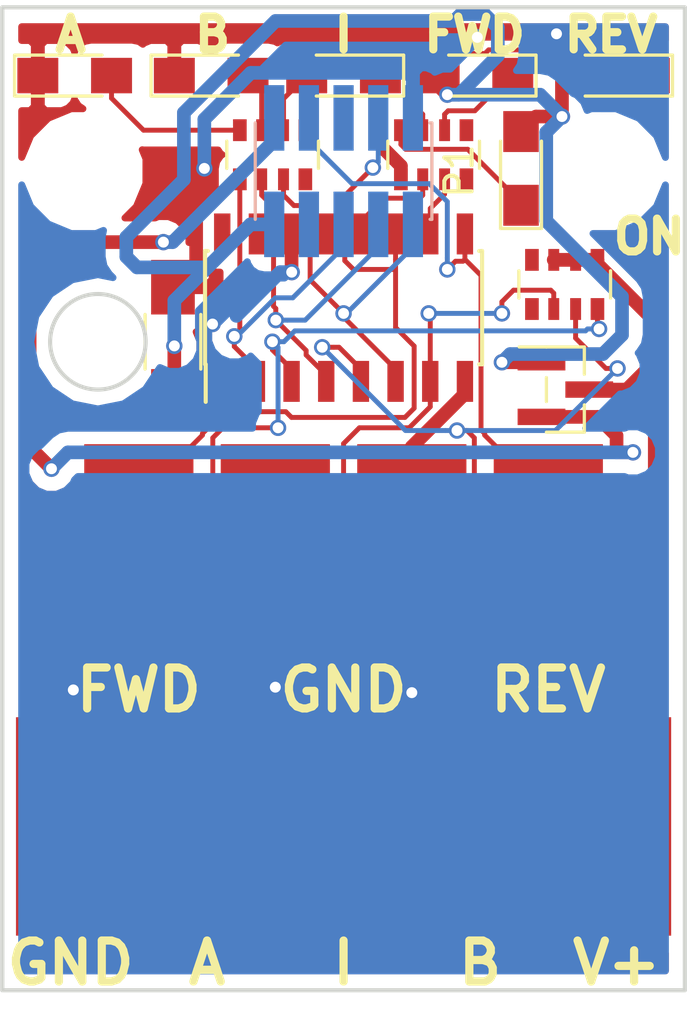
<source format=kicad_pcb>
(kicad_pcb (version 4) (host pcbnew 4.0.4-stable)

  (general
    (links 45)
    (no_connects 0)
    (area 87.424999 93.657141 112.676191 131.425)
    (thickness 1.6)
    (drawings 19)
    (tracks 295)
    (zones 0)
    (modules 22)
    (nets 21)
  )

  (page A4)
  (layers
    (0 F.Cu signal)
    (31 B.Cu signal)
    (32 B.Adhes user)
    (33 F.Adhes user)
    (34 B.Paste user)
    (35 F.Paste user)
    (36 B.SilkS user)
    (37 F.SilkS user)
    (38 B.Mask user)
    (39 F.Mask user)
    (40 Dwgs.User user)
    (41 Cmts.User user)
    (42 Eco1.User user)
    (43 Eco2.User user)
    (44 Edge.Cuts user)
    (45 Margin user)
    (46 B.CrtYd user)
    (47 F.CrtYd user)
    (48 B.Fab user)
    (49 F.Fab user)
  )

  (setup
    (last_trace_width 0.18)
    (trace_clearance 0.2)
    (zone_clearance 0.508)
    (zone_45_only no)
    (trace_min 0.18)
    (segment_width 0.2)
    (edge_width 0.15)
    (via_size 0.6)
    (via_drill 0.4)
    (via_min_size 0.4)
    (via_min_drill 0.3)
    (uvia_size 0.3)
    (uvia_drill 0.1)
    (uvias_allowed no)
    (uvia_min_size 0.2)
    (uvia_min_drill 0.1)
    (pcb_text_width 0.3)
    (pcb_text_size 1.5 1.5)
    (mod_edge_width 0.15)
    (mod_text_size 1 1)
    (mod_text_width 0.15)
    (pad_size 4 8)
    (pad_drill 0)
    (pad_to_mask_clearance 0.2)
    (aux_axis_origin 0 0)
    (visible_elements FFFFFFFF)
    (pcbplotparams
      (layerselection 0x010f0_80000001)
      (usegerberextensions false)
      (excludeedgelayer true)
      (linewidth 0.100000)
      (plotframeref false)
      (viasonmask false)
      (mode 1)
      (useauxorigin false)
      (hpglpennumber 1)
      (hpglpenspeed 20)
      (hpglpendiameter 15)
      (hpglpenoverlay 2)
      (psnegative false)
      (psa4output false)
      (plotreference false)
      (plotvalue false)
      (plotinvisibletext false)
      (padsonsilk false)
      (subtractmaskfromsilk false)
      (outputformat 1)
      (mirror false)
      (drillshape 0)
      (scaleselection 1)
      (outputdirectory Gerber/))
  )

  (net 0 "")
  (net 1 VSS)
  (net 2 "Net-(D1-Pad2)")
  (net 3 "Net-(D2-Pad2)")
  (net 4 "Net-(D3-Pad2)")
  (net 5 "Net-(D4-Pad1)")
  (net 6 VCC)
  (net 7 "Net-(D5-Pad1)")
  (net 8 "Net-(D6-Pad1)")
  (net 9 +5V)
  (net 10 /FwdLimit)
  (net 11 /EncA)
  (net 12 /EncB)
  (net 13 /RevLimit)
  (net 14 /EncI)
  (net 15 "Net-(P2-Pad1)")
  (net 16 "Net-(P3-Pad1)")
  (net 17 "Net-(P4-Pad1)")
  (net 18 VDD)
  (net 19 "Net-(RP3-Pad3)")
  (net 20 "Net-(RP3-Pad2)")

  (net_class Default "This is the default net class."
    (clearance 0.2)
    (trace_width 0.18)
    (via_dia 0.6)
    (via_drill 0.4)
    (uvia_dia 0.3)
    (uvia_drill 0.1)
    (add_net /EncA)
    (add_net /EncB)
    (add_net /EncI)
    (add_net /FwdLimit)
    (add_net /RevLimit)
    (add_net "Net-(D1-Pad2)")
    (add_net "Net-(D2-Pad2)")
    (add_net "Net-(D3-Pad2)")
    (add_net "Net-(D4-Pad1)")
    (add_net "Net-(D5-Pad1)")
    (add_net "Net-(D6-Pad1)")
    (add_net "Net-(P2-Pad1)")
    (add_net "Net-(P3-Pad1)")
    (add_net "Net-(P4-Pad1)")
    (add_net "Net-(RP3-Pad2)")
    (add_net "Net-(RP3-Pad3)")
  )

  (net_class Power ""
    (clearance 0.2)
    (trace_width 0.5)
    (via_dia 0.6)
    (via_drill 0.4)
    (uvia_dia 0.3)
    (uvia_drill 0.1)
    (add_net +5V)
    (add_net VCC)
    (add_net VDD)
    (add_net VSS)
  )

  (module LEDs:LED_0805_HandSoldering (layer F.Cu) (tedit 5A6E6956) (tstamp 5A6D49E9)
    (at 90.15 96.5)
    (descr "Resistor SMD 0805, hand soldering")
    (tags "resistor 0805")
    (path /5A6D45F7)
    (attr smd)
    (fp_text reference D1 (at 0.1 -1.5) (layer Cmts.User)
      (effects (font (size 1 1) (thickness 0.15)))
    )
    (fp_text value LED (at 0 1.75) (layer F.Fab)
      (effects (font (size 1 1) (thickness 0.15)))
    )
    (fp_line (start -0.4 -0.4) (end -0.4 0.4) (layer F.Fab) (width 0.1))
    (fp_line (start -0.4 0) (end 0.2 -0.4) (layer F.Fab) (width 0.1))
    (fp_line (start 0.2 0.4) (end -0.4 0) (layer F.Fab) (width 0.1))
    (fp_line (start 0.2 -0.4) (end 0.2 0.4) (layer F.Fab) (width 0.1))
    (fp_line (start -1 0.62) (end -1 -0.62) (layer F.Fab) (width 0.1))
    (fp_line (start 1 0.62) (end -1 0.62) (layer F.Fab) (width 0.1))
    (fp_line (start 1 -0.62) (end 1 0.62) (layer F.Fab) (width 0.1))
    (fp_line (start -1 -0.62) (end 1 -0.62) (layer F.Fab) (width 0.1))
    (fp_line (start 1 0.75) (end -2.2 0.75) (layer F.SilkS) (width 0.12))
    (fp_line (start -2.2 -0.75) (end 1 -0.75) (layer F.SilkS) (width 0.12))
    (fp_line (start -2.35 -0.9) (end 2.35 -0.9) (layer F.CrtYd) (width 0.05))
    (fp_line (start -2.35 -0.9) (end -2.35 0.9) (layer F.CrtYd) (width 0.05))
    (fp_line (start 2.35 0.9) (end 2.35 -0.9) (layer F.CrtYd) (width 0.05))
    (fp_line (start 2.35 0.9) (end -2.35 0.9) (layer F.CrtYd) (width 0.05))
    (fp_line (start -2.2 -0.75) (end -2.2 0.75) (layer F.SilkS) (width 0.12))
    (pad 1 smd rect (at -1.35 0) (size 1.5 1.3) (layers F.Cu F.Paste F.Mask)
      (net 1 VSS))
    (pad 2 smd rect (at 1.35 0) (size 1.5 1.3) (layers F.Cu F.Paste F.Mask)
      (net 2 "Net-(D1-Pad2)"))
    (model ${KISYS3DMOD}/LEDs.3dshapes/LED_0805.wrl
      (at (xyz 0 0 0))
      (scale (xyz 1 1 1))
      (rotate (xyz 0 0 0))
    )
  )

  (module LEDs:LED_0805_HandSoldering (layer F.Cu) (tedit 5A6E695A) (tstamp 5A6D49EF)
    (at 95.15 96.5)
    (descr "Resistor SMD 0805, hand soldering")
    (tags "resistor 0805")
    (path /5A6D471D)
    (attr smd)
    (fp_text reference D2 (at 0.1 -1.5) (layer Cmts.User)
      (effects (font (size 1 1) (thickness 0.15)))
    )
    (fp_text value LED (at 0 1.75) (layer F.Fab)
      (effects (font (size 1 1) (thickness 0.15)))
    )
    (fp_line (start -0.4 -0.4) (end -0.4 0.4) (layer F.Fab) (width 0.1))
    (fp_line (start -0.4 0) (end 0.2 -0.4) (layer F.Fab) (width 0.1))
    (fp_line (start 0.2 0.4) (end -0.4 0) (layer F.Fab) (width 0.1))
    (fp_line (start 0.2 -0.4) (end 0.2 0.4) (layer F.Fab) (width 0.1))
    (fp_line (start -1 0.62) (end -1 -0.62) (layer F.Fab) (width 0.1))
    (fp_line (start 1 0.62) (end -1 0.62) (layer F.Fab) (width 0.1))
    (fp_line (start 1 -0.62) (end 1 0.62) (layer F.Fab) (width 0.1))
    (fp_line (start -1 -0.62) (end 1 -0.62) (layer F.Fab) (width 0.1))
    (fp_line (start 1 0.75) (end -2.2 0.75) (layer F.SilkS) (width 0.12))
    (fp_line (start -2.2 -0.75) (end 1 -0.75) (layer F.SilkS) (width 0.12))
    (fp_line (start -2.35 -0.9) (end 2.35 -0.9) (layer F.CrtYd) (width 0.05))
    (fp_line (start -2.35 -0.9) (end -2.35 0.9) (layer F.CrtYd) (width 0.05))
    (fp_line (start 2.35 0.9) (end 2.35 -0.9) (layer F.CrtYd) (width 0.05))
    (fp_line (start 2.35 0.9) (end -2.35 0.9) (layer F.CrtYd) (width 0.05))
    (fp_line (start -2.2 -0.75) (end -2.2 0.75) (layer F.SilkS) (width 0.12))
    (pad 1 smd rect (at -1.35 0) (size 1.5 1.3) (layers F.Cu F.Paste F.Mask)
      (net 1 VSS))
    (pad 2 smd rect (at 1.35 0) (size 1.5 1.3) (layers F.Cu F.Paste F.Mask)
      (net 3 "Net-(D2-Pad2)"))
    (model ${KISYS3DMOD}/LEDs.3dshapes/LED_0805.wrl
      (at (xyz 0 0 0))
      (scale (xyz 1 1 1))
      (rotate (xyz 0 0 0))
    )
  )

  (module LEDs:LED_0805_HandSoldering (layer F.Cu) (tedit 5A6E6962) (tstamp 5A6D49F5)
    (at 100 96.5 180)
    (descr "Resistor SMD 0805, hand soldering")
    (tags "resistor 0805")
    (path /5A6D4776)
    (attr smd)
    (fp_text reference D3 (at 0.25 1.5 180) (layer Cmts.User)
      (effects (font (size 1 1) (thickness 0.15)))
    )
    (fp_text value LED (at 0 1.75 180) (layer F.Fab)
      (effects (font (size 1 1) (thickness 0.15)))
    )
    (fp_line (start -0.4 -0.4) (end -0.4 0.4) (layer F.Fab) (width 0.1))
    (fp_line (start -0.4 0) (end 0.2 -0.4) (layer F.Fab) (width 0.1))
    (fp_line (start 0.2 0.4) (end -0.4 0) (layer F.Fab) (width 0.1))
    (fp_line (start 0.2 -0.4) (end 0.2 0.4) (layer F.Fab) (width 0.1))
    (fp_line (start -1 0.62) (end -1 -0.62) (layer F.Fab) (width 0.1))
    (fp_line (start 1 0.62) (end -1 0.62) (layer F.Fab) (width 0.1))
    (fp_line (start 1 -0.62) (end 1 0.62) (layer F.Fab) (width 0.1))
    (fp_line (start -1 -0.62) (end 1 -0.62) (layer F.Fab) (width 0.1))
    (fp_line (start 1 0.75) (end -2.2 0.75) (layer F.SilkS) (width 0.12))
    (fp_line (start -2.2 -0.75) (end 1 -0.75) (layer F.SilkS) (width 0.12))
    (fp_line (start -2.35 -0.9) (end 2.35 -0.9) (layer F.CrtYd) (width 0.05))
    (fp_line (start -2.35 -0.9) (end -2.35 0.9) (layer F.CrtYd) (width 0.05))
    (fp_line (start 2.35 0.9) (end 2.35 -0.9) (layer F.CrtYd) (width 0.05))
    (fp_line (start 2.35 0.9) (end -2.35 0.9) (layer F.CrtYd) (width 0.05))
    (fp_line (start -2.2 -0.75) (end -2.2 0.75) (layer F.SilkS) (width 0.12))
    (pad 1 smd rect (at -1.35 0 180) (size 1.5 1.3) (layers F.Cu F.Paste F.Mask)
      (net 1 VSS))
    (pad 2 smd rect (at 1.35 0 180) (size 1.5 1.3) (layers F.Cu F.Paste F.Mask)
      (net 4 "Net-(D3-Pad2)"))
    (model ${KISYS3DMOD}/LEDs.3dshapes/LED_0805.wrl
      (at (xyz 0 0 0))
      (scale (xyz 1 1 1))
      (rotate (xyz 0 0 0))
    )
  )

  (module LEDs:LED_0805_HandSoldering (layer F.Cu) (tedit 5A6E6967) (tstamp 5A6D49FB)
    (at 104.85 96.5 180)
    (descr "Resistor SMD 0805, hand soldering")
    (tags "resistor 0805")
    (path /5A6D5AF4)
    (attr smd)
    (fp_text reference D4 (at 0.1 1.5 180) (layer Cmts.User)
      (effects (font (size 1 1) (thickness 0.15)))
    )
    (fp_text value LED (at 0 1.75 180) (layer F.Fab)
      (effects (font (size 1 1) (thickness 0.15)))
    )
    (fp_line (start -0.4 -0.4) (end -0.4 0.4) (layer F.Fab) (width 0.1))
    (fp_line (start -0.4 0) (end 0.2 -0.4) (layer F.Fab) (width 0.1))
    (fp_line (start 0.2 0.4) (end -0.4 0) (layer F.Fab) (width 0.1))
    (fp_line (start 0.2 -0.4) (end 0.2 0.4) (layer F.Fab) (width 0.1))
    (fp_line (start -1 0.62) (end -1 -0.62) (layer F.Fab) (width 0.1))
    (fp_line (start 1 0.62) (end -1 0.62) (layer F.Fab) (width 0.1))
    (fp_line (start 1 -0.62) (end 1 0.62) (layer F.Fab) (width 0.1))
    (fp_line (start -1 -0.62) (end 1 -0.62) (layer F.Fab) (width 0.1))
    (fp_line (start 1 0.75) (end -2.2 0.75) (layer F.SilkS) (width 0.12))
    (fp_line (start -2.2 -0.75) (end 1 -0.75) (layer F.SilkS) (width 0.12))
    (fp_line (start -2.35 -0.9) (end 2.35 -0.9) (layer F.CrtYd) (width 0.05))
    (fp_line (start -2.35 -0.9) (end -2.35 0.9) (layer F.CrtYd) (width 0.05))
    (fp_line (start 2.35 0.9) (end 2.35 -0.9) (layer F.CrtYd) (width 0.05))
    (fp_line (start 2.35 0.9) (end -2.35 0.9) (layer F.CrtYd) (width 0.05))
    (fp_line (start -2.2 -0.75) (end -2.2 0.75) (layer F.SilkS) (width 0.12))
    (pad 1 smd rect (at -1.35 0 180) (size 1.5 1.3) (layers F.Cu F.Paste F.Mask)
      (net 5 "Net-(D4-Pad1)"))
    (pad 2 smd rect (at 1.35 0 180) (size 1.5 1.3) (layers F.Cu F.Paste F.Mask)
      (net 6 VCC))
    (model ${KISYS3DMOD}/LEDs.3dshapes/LED_0805.wrl
      (at (xyz 0 0 0))
      (scale (xyz 1 1 1))
      (rotate (xyz 0 0 0))
    )
  )

  (module LEDs:LED_0805_HandSoldering (layer F.Cu) (tedit 5A6E696A) (tstamp 5A6D4A01)
    (at 109.85 96.5 180)
    (descr "Resistor SMD 0805, hand soldering")
    (tags "resistor 0805")
    (path /5A6D5CE2)
    (attr smd)
    (fp_text reference D5 (at 0.1 1.5 180) (layer Cmts.User)
      (effects (font (size 1 1) (thickness 0.15)))
    )
    (fp_text value LED (at 0 1.75 180) (layer F.Fab)
      (effects (font (size 1 1) (thickness 0.15)))
    )
    (fp_line (start -0.4 -0.4) (end -0.4 0.4) (layer F.Fab) (width 0.1))
    (fp_line (start -0.4 0) (end 0.2 -0.4) (layer F.Fab) (width 0.1))
    (fp_line (start 0.2 0.4) (end -0.4 0) (layer F.Fab) (width 0.1))
    (fp_line (start 0.2 -0.4) (end 0.2 0.4) (layer F.Fab) (width 0.1))
    (fp_line (start -1 0.62) (end -1 -0.62) (layer F.Fab) (width 0.1))
    (fp_line (start 1 0.62) (end -1 0.62) (layer F.Fab) (width 0.1))
    (fp_line (start 1 -0.62) (end 1 0.62) (layer F.Fab) (width 0.1))
    (fp_line (start -1 -0.62) (end 1 -0.62) (layer F.Fab) (width 0.1))
    (fp_line (start 1 0.75) (end -2.2 0.75) (layer F.SilkS) (width 0.12))
    (fp_line (start -2.2 -0.75) (end 1 -0.75) (layer F.SilkS) (width 0.12))
    (fp_line (start -2.35 -0.9) (end 2.35 -0.9) (layer F.CrtYd) (width 0.05))
    (fp_line (start -2.35 -0.9) (end -2.35 0.9) (layer F.CrtYd) (width 0.05))
    (fp_line (start 2.35 0.9) (end 2.35 -0.9) (layer F.CrtYd) (width 0.05))
    (fp_line (start 2.35 0.9) (end -2.35 0.9) (layer F.CrtYd) (width 0.05))
    (fp_line (start -2.2 -0.75) (end -2.2 0.75) (layer F.SilkS) (width 0.12))
    (pad 1 smd rect (at -1.35 0 180) (size 1.5 1.3) (layers F.Cu F.Paste F.Mask)
      (net 7 "Net-(D5-Pad1)"))
    (pad 2 smd rect (at 1.35 0 180) (size 1.5 1.3) (layers F.Cu F.Paste F.Mask)
      (net 6 VCC))
    (model ${KISYS3DMOD}/LEDs.3dshapes/LED_0805.wrl
      (at (xyz 0 0 0))
      (scale (xyz 1 1 1))
      (rotate (xyz 0 0 0))
    )
  )

  (module LEDs:LED_0805_HandSoldering (layer F.Cu) (tedit 5A6E6A86) (tstamp 5A6D4A07)
    (at 106.5 99.9 90)
    (descr "Resistor SMD 0805, hand soldering")
    (tags "resistor 0805")
    (path /5A6D6612)
    (attr smd)
    (fp_text reference D6 (at -2.1 5 180) (layer Cmts.User)
      (effects (font (size 1 1) (thickness 0.15)))
    )
    (fp_text value LED (at 0 1.75 90) (layer F.Fab)
      (effects (font (size 1 1) (thickness 0.15)))
    )
    (fp_line (start -0.4 -0.4) (end -0.4 0.4) (layer F.Fab) (width 0.1))
    (fp_line (start -0.4 0) (end 0.2 -0.4) (layer F.Fab) (width 0.1))
    (fp_line (start 0.2 0.4) (end -0.4 0) (layer F.Fab) (width 0.1))
    (fp_line (start 0.2 -0.4) (end 0.2 0.4) (layer F.Fab) (width 0.1))
    (fp_line (start -1 0.62) (end -1 -0.62) (layer F.Fab) (width 0.1))
    (fp_line (start 1 0.62) (end -1 0.62) (layer F.Fab) (width 0.1))
    (fp_line (start 1 -0.62) (end 1 0.62) (layer F.Fab) (width 0.1))
    (fp_line (start -1 -0.62) (end 1 -0.62) (layer F.Fab) (width 0.1))
    (fp_line (start 1 0.75) (end -2.2 0.75) (layer F.SilkS) (width 0.12))
    (fp_line (start -2.2 -0.75) (end 1 -0.75) (layer F.SilkS) (width 0.12))
    (fp_line (start -2.35 -0.9) (end 2.35 -0.9) (layer F.CrtYd) (width 0.05))
    (fp_line (start -2.35 -0.9) (end -2.35 0.9) (layer F.CrtYd) (width 0.05))
    (fp_line (start 2.35 0.9) (end 2.35 -0.9) (layer F.CrtYd) (width 0.05))
    (fp_line (start 2.35 0.9) (end -2.35 0.9) (layer F.CrtYd) (width 0.05))
    (fp_line (start -2.2 -0.75) (end -2.2 0.75) (layer F.SilkS) (width 0.12))
    (pad 1 smd rect (at -1.35 0 90) (size 1.5 1.3) (layers F.Cu F.Paste F.Mask)
      (net 8 "Net-(D6-Pad1)"))
    (pad 2 smd rect (at 1.35 0 90) (size 1.5 1.3) (layers F.Cu F.Paste F.Mask)
      (net 6 VCC))
    (model ${KISYS3DMOD}/LEDs.3dshapes/LED_0805.wrl
      (at (xyz 0 0 0))
      (scale (xyz 1 1 1))
      (rotate (xyz 0 0 0))
    )
  )

  (module Pin_Headers:Pin_Header_Straight_1x03_Pitch1.00mm_SMD_Pin1Left (layer F.Cu) (tedit 5A6E6695) (tstamp 5A6D4A92)
    (at 108.125 108)
    (descr "surface-mounted straight pin header, 1x03, 1.00mm pitch, single row, style 1 (pin 1 left)")
    (tags "Surface mounted pin header SMD 1x03 1.00mm single row style1 pin1 left")
    (path /5A6D7687)
    (attr smd)
    (fp_text reference P11 (at 0 -2.56) (layer F.SilkS) hide
      (effects (font (size 1 1) (thickness 0.15)))
    )
    (fp_text value "V Select" (at 0 2.56) (layer F.Fab)
      (effects (font (size 1 1) (thickness 0.15)))
    )
    (fp_line (start 0.635 1.5) (end -0.635 1.5) (layer F.Fab) (width 0.1))
    (fp_line (start -0.285 -1.5) (end 0.635 -1.5) (layer F.Fab) (width 0.1))
    (fp_line (start -0.635 1.5) (end -0.635 -1.15) (layer F.Fab) (width 0.1))
    (fp_line (start -0.635 -1.15) (end -0.285 -1.5) (layer F.Fab) (width 0.1))
    (fp_line (start 0.635 -1.5) (end 0.635 1.5) (layer F.Fab) (width 0.1))
    (fp_line (start -0.635 -1.15) (end -1.25 -1.15) (layer F.Fab) (width 0.1))
    (fp_line (start -1.25 -1.15) (end -1.25 -0.85) (layer F.Fab) (width 0.1))
    (fp_line (start -1.25 -0.85) (end -0.635 -0.85) (layer F.Fab) (width 0.1))
    (fp_line (start -0.635 0.85) (end -1.25 0.85) (layer F.Fab) (width 0.1))
    (fp_line (start -1.25 0.85) (end -1.25 1.15) (layer F.Fab) (width 0.1))
    (fp_line (start -1.25 1.15) (end -0.635 1.15) (layer F.Fab) (width 0.1))
    (fp_line (start 0.635 -0.15) (end 1.25 -0.15) (layer F.Fab) (width 0.1))
    (fp_line (start 1.25 -0.15) (end 1.25 0.15) (layer F.Fab) (width 0.1))
    (fp_line (start 1.25 0.15) (end 0.635 0.15) (layer F.Fab) (width 0.1))
    (fp_line (start -0.695 -1.56) (end 0.695 -1.56) (layer F.SilkS) (width 0.12))
    (fp_line (start -0.695 1.56) (end 0.695 1.56) (layer F.SilkS) (width 0.12))
    (fp_line (start -0.695 -1.56) (end -1.69 -1.56) (layer F.SilkS) (width 0.12))
    (fp_line (start -0.695 -1.56) (end -0.695 -1.56) (layer F.SilkS) (width 0.12))
    (fp_line (start 0.695 1.56) (end 0.695 1.56) (layer F.SilkS) (width 0.12))
    (fp_line (start 0.695 -1.56) (end 0.695 -0.56) (layer F.SilkS) (width 0.12))
    (fp_line (start 0.695 0.56) (end 0.695 1.56) (layer F.SilkS) (width 0.12))
    (fp_line (start -0.695 -0.44) (end -0.695 0.44) (layer F.SilkS) (width 0.12))
    (fp_line (start -2.25 -2) (end -2.25 2) (layer F.CrtYd) (width 0.05))
    (fp_line (start -2.25 2) (end 2.25 2) (layer F.CrtYd) (width 0.05))
    (fp_line (start 2.25 2) (end 2.25 -2) (layer F.CrtYd) (width 0.05))
    (fp_line (start 2.25 -2) (end -2.25 -2) (layer F.CrtYd) (width 0.05))
    (fp_text user %R (at 0 0 90) (layer F.Fab)
      (effects (font (size 1 1) (thickness 0.15)))
    )
    (pad 1 smd rect (at -0.875 -1) (size 1.75 0.6) (layers F.Cu F.Paste F.Mask)
      (net 6 VCC))
    (pad 3 smd rect (at -0.875 1) (size 1.75 0.6) (layers F.Cu F.Paste F.Mask)
      (net 9 +5V))
    (pad 2 smd rect (at 0.875 0) (size 1.75 0.6) (layers F.Cu F.Paste F.Mask)
      (net 18 VDD))
    (model ${KISYS3DMOD}/Pin_Headers.3dshapes/Pin_Header_Straight_1x03_Pitch1.00mm_SMD_Pin1Left.wrl
      (at (xyz 0 0 0))
      (scale (xyz 1 1 1))
      (rotate (xyz 0 0 0))
    )
  )

  (module Resistors_SMD:R_Array_Convex_4x0603 (layer F.Cu) (tedit 5A6E6751) (tstamp 5A6D4A9E)
    (at 108.1 104.15 270)
    (descr "Chip Resistor Network, ROHM MNR14 (see mnr_g.pdf)")
    (tags "resistor array")
    (path /5A6D3B3A)
    (attr smd)
    (fp_text reference RP1 (at 0 -2.8 270) (layer Cmts.User)
      (effects (font (size 1 1) (thickness 0.15)))
    )
    (fp_text value 10K (at 0 2.8 270) (layer F.Fab)
      (effects (font (size 1 1) (thickness 0.15)))
    )
    (fp_text user %R (at 0 0.2 360) (layer F.Fab)
      (effects (font (size 0.5 0.5) (thickness 0.075)))
    )
    (fp_line (start -0.8 -1.6) (end 0.8 -1.6) (layer F.Fab) (width 0.1))
    (fp_line (start 0.8 -1.6) (end 0.8 1.6) (layer F.Fab) (width 0.1))
    (fp_line (start 0.8 1.6) (end -0.8 1.6) (layer F.Fab) (width 0.1))
    (fp_line (start -0.8 1.6) (end -0.8 -1.6) (layer F.Fab) (width 0.1))
    (fp_line (start 0.5 1.68) (end -0.5 1.68) (layer F.SilkS) (width 0.12))
    (fp_line (start 0.5 -1.68) (end -0.5 -1.68) (layer F.SilkS) (width 0.12))
    (fp_line (start -1.55 -1.85) (end 1.55 -1.85) (layer F.CrtYd) (width 0.05))
    (fp_line (start -1.55 -1.85) (end -1.55 1.85) (layer F.CrtYd) (width 0.05))
    (fp_line (start 1.55 1.85) (end 1.55 -1.85) (layer F.CrtYd) (width 0.05))
    (fp_line (start 1.55 1.85) (end -1.55 1.85) (layer F.CrtYd) (width 0.05))
    (pad 1 smd rect (at -0.9 -1.2 270) (size 0.8 0.5) (layers F.Cu F.Paste F.Mask)
      (net 18 VDD))
    (pad 3 smd rect (at -0.9 0.4 270) (size 0.8 0.4) (layers F.Cu F.Paste F.Mask)
      (net 18 VDD))
    (pad 2 smd rect (at -0.9 -0.4 270) (size 0.8 0.4) (layers F.Cu F.Paste F.Mask)
      (net 18 VDD))
    (pad 4 smd rect (at -0.9 1.2 270) (size 0.8 0.5) (layers F.Cu F.Paste F.Mask))
    (pad 7 smd rect (at 0.9 -0.4 270) (size 0.8 0.4) (layers F.Cu F.Paste F.Mask)
      (net 16 "Net-(P3-Pad1)"))
    (pad 8 smd rect (at 0.9 -1.2 270) (size 0.8 0.5) (layers F.Cu F.Paste F.Mask)
      (net 15 "Net-(P2-Pad1)"))
    (pad 6 smd rect (at 0.9 0.4 270) (size 0.8 0.4) (layers F.Cu F.Paste F.Mask)
      (net 17 "Net-(P4-Pad1)"))
    (pad 5 smd rect (at 0.9 1.2 270) (size 0.8 0.5) (layers F.Cu F.Paste F.Mask))
    (model ${KISYS3DMOD}/Resistors_SMD.3dshapes/R_Array_Convex_4x0603.wrl
      (at (xyz 0 0 0))
      (scale (xyz 1 1 1))
      (rotate (xyz 0 0 0))
    )
  )

  (module Resistors_SMD:R_Array_Convex_4x0603 (layer F.Cu) (tedit 5A6D4E90) (tstamp 5A6D4AAA)
    (at 97.4 99.4 90)
    (descr "Chip Resistor Network, ROHM MNR14 (see mnr_g.pdf)")
    (tags "resistor array")
    (path /5A6D4129)
    (attr smd)
    (fp_text reference RP2 (at 0 -2.8 90) (layer F.SilkS) hide
      (effects (font (size 1 1) (thickness 0.15)))
    )
    (fp_text value 1K (at 0 2.8 90) (layer F.Fab)
      (effects (font (size 1 1) (thickness 0.15)))
    )
    (fp_text user %R (at 0 0 180) (layer F.Fab)
      (effects (font (size 0.5 0.5) (thickness 0.075)))
    )
    (fp_line (start -0.8 -1.6) (end 0.8 -1.6) (layer F.Fab) (width 0.1))
    (fp_line (start 0.8 -1.6) (end 0.8 1.6) (layer F.Fab) (width 0.1))
    (fp_line (start 0.8 1.6) (end -0.8 1.6) (layer F.Fab) (width 0.1))
    (fp_line (start -0.8 1.6) (end -0.8 -1.6) (layer F.Fab) (width 0.1))
    (fp_line (start 0.5 1.68) (end -0.5 1.68) (layer F.SilkS) (width 0.12))
    (fp_line (start 0.5 -1.68) (end -0.5 -1.68) (layer F.SilkS) (width 0.12))
    (fp_line (start -1.55 -1.85) (end 1.55 -1.85) (layer F.CrtYd) (width 0.05))
    (fp_line (start -1.55 -1.85) (end -1.55 1.85) (layer F.CrtYd) (width 0.05))
    (fp_line (start 1.55 1.85) (end 1.55 -1.85) (layer F.CrtYd) (width 0.05))
    (fp_line (start 1.55 1.85) (end -1.55 1.85) (layer F.CrtYd) (width 0.05))
    (pad 1 smd rect (at -0.9 -1.2 90) (size 0.8 0.5) (layers F.Cu F.Paste F.Mask)
      (net 11 /EncA))
    (pad 3 smd rect (at -0.9 0.4 90) (size 0.8 0.4) (layers F.Cu F.Paste F.Mask)
      (net 14 /EncI))
    (pad 2 smd rect (at -0.9 -0.4 90) (size 0.8 0.4) (layers F.Cu F.Paste F.Mask)
      (net 12 /EncB))
    (pad 4 smd rect (at -0.9 1.2 90) (size 0.8 0.5) (layers F.Cu F.Paste F.Mask))
    (pad 7 smd rect (at 0.9 -0.4 90) (size 0.8 0.4) (layers F.Cu F.Paste F.Mask)
      (net 3 "Net-(D2-Pad2)"))
    (pad 8 smd rect (at 0.9 -1.2 90) (size 0.8 0.5) (layers F.Cu F.Paste F.Mask)
      (net 2 "Net-(D1-Pad2)"))
    (pad 6 smd rect (at 0.9 0.4 90) (size 0.8 0.4) (layers F.Cu F.Paste F.Mask)
      (net 4 "Net-(D3-Pad2)"))
    (pad 5 smd rect (at 0.9 1.2 90) (size 0.8 0.5) (layers F.Cu F.Paste F.Mask))
    (model ${KISYS3DMOD}/Resistors_SMD.3dshapes/R_Array_Convex_4x0603.wrl
      (at (xyz 0 0 0))
      (scale (xyz 1 1 1))
      (rotate (xyz 0 0 0))
    )
  )

  (module Resistors_SMD:R_Array_Convex_4x0603 (layer F.Cu) (tedit 5A6D4E9F) (tstamp 5A6D4AB6)
    (at 103.3 99.4 90)
    (descr "Chip Resistor Network, ROHM MNR14 (see mnr_g.pdf)")
    (tags "resistor array")
    (path /5A6D55DF)
    (attr smd)
    (fp_text reference RP3 (at 0 -2.8 90) (layer F.SilkS) hide
      (effects (font (size 1 1) (thickness 0.15)))
    )
    (fp_text value 1K (at 0 2.8 90) (layer F.Fab)
      (effects (font (size 1 1) (thickness 0.15)))
    )
    (fp_text user %R (at 0 0 180) (layer F.Fab)
      (effects (font (size 0.5 0.5) (thickness 0.075)))
    )
    (fp_line (start -0.8 -1.6) (end 0.8 -1.6) (layer F.Fab) (width 0.1))
    (fp_line (start 0.8 -1.6) (end 0.8 1.6) (layer F.Fab) (width 0.1))
    (fp_line (start 0.8 1.6) (end -0.8 1.6) (layer F.Fab) (width 0.1))
    (fp_line (start -0.8 1.6) (end -0.8 -1.6) (layer F.Fab) (width 0.1))
    (fp_line (start 0.5 1.68) (end -0.5 1.68) (layer F.SilkS) (width 0.12))
    (fp_line (start 0.5 -1.68) (end -0.5 -1.68) (layer F.SilkS) (width 0.12))
    (fp_line (start -1.55 -1.85) (end 1.55 -1.85) (layer F.CrtYd) (width 0.05))
    (fp_line (start -1.55 -1.85) (end -1.55 1.85) (layer F.CrtYd) (width 0.05))
    (fp_line (start 1.55 1.85) (end 1.55 -1.85) (layer F.CrtYd) (width 0.05))
    (fp_line (start 1.55 1.85) (end -1.55 1.85) (layer F.CrtYd) (width 0.05))
    (pad 1 smd rect (at -0.9 -1.2 90) (size 0.8 0.5) (layers F.Cu F.Paste F.Mask)
      (net 1 VSS))
    (pad 3 smd rect (at -0.9 0.4 90) (size 0.8 0.4) (layers F.Cu F.Paste F.Mask)
      (net 19 "Net-(RP3-Pad3)"))
    (pad 2 smd rect (at -0.9 -0.4 90) (size 0.8 0.4) (layers F.Cu F.Paste F.Mask)
      (net 20 "Net-(RP3-Pad2)"))
    (pad 4 smd rect (at -0.9 1.2 90) (size 0.8 0.5) (layers F.Cu F.Paste F.Mask))
    (pad 7 smd rect (at 0.9 -0.4 90) (size 0.8 0.4) (layers F.Cu F.Paste F.Mask)
      (net 7 "Net-(D5-Pad1)"))
    (pad 8 smd rect (at 0.9 -1.2 90) (size 0.8 0.5) (layers F.Cu F.Paste F.Mask)
      (net 8 "Net-(D6-Pad1)"))
    (pad 6 smd rect (at 0.9 0.4 90) (size 0.8 0.4) (layers F.Cu F.Paste F.Mask)
      (net 5 "Net-(D4-Pad1)"))
    (pad 5 smd rect (at 0.9 1.2 90) (size 0.8 0.5) (layers F.Cu F.Paste F.Mask))
    (model ${KISYS3DMOD}/Resistors_SMD.3dshapes/R_Array_Convex_4x0603.wrl
      (at (xyz 0 0 0))
      (scale (xyz 1 1 1))
      (rotate (xyz 0 0 0))
    )
  )

  (module Housings_SOIC:SOIC-16_3.9x9.9mm_Pitch1.27mm (layer F.Cu) (tedit 5A6E67AE) (tstamp 5A6D4ACA)
    (at 100 105 90)
    (descr "16-Lead Plastic Small Outline (SL) - Narrow, 3.90 mm Body [SOIC] (see Microchip Packaging Specification 00000049BS.pdf)")
    (tags "SOIC 1.27")
    (path /5A6D36AC)
    (attr smd)
    (fp_text reference U1 (at 0 -6 90) (layer Cmts.User)
      (effects (font (size 1 1) (thickness 0.15)))
    )
    (fp_text value CD74HC4050 (at 0 6 90) (layer F.Fab)
      (effects (font (size 1 1) (thickness 0.15)))
    )
    (fp_text user %R (at 0 0 90) (layer F.Fab)
      (effects (font (size 0.9 0.9) (thickness 0.135)))
    )
    (fp_line (start -0.95 -4.95) (end 1.95 -4.95) (layer F.Fab) (width 0.15))
    (fp_line (start 1.95 -4.95) (end 1.95 4.95) (layer F.Fab) (width 0.15))
    (fp_line (start 1.95 4.95) (end -1.95 4.95) (layer F.Fab) (width 0.15))
    (fp_line (start -1.95 4.95) (end -1.95 -3.95) (layer F.Fab) (width 0.15))
    (fp_line (start -1.95 -3.95) (end -0.95 -4.95) (layer F.Fab) (width 0.15))
    (fp_line (start -3.7 -5.25) (end -3.7 5.25) (layer F.CrtYd) (width 0.05))
    (fp_line (start 3.7 -5.25) (end 3.7 5.25) (layer F.CrtYd) (width 0.05))
    (fp_line (start -3.7 -5.25) (end 3.7 -5.25) (layer F.CrtYd) (width 0.05))
    (fp_line (start -3.7 5.25) (end 3.7 5.25) (layer F.CrtYd) (width 0.05))
    (fp_line (start -2.075 -5.075) (end -2.075 -5.05) (layer F.SilkS) (width 0.15))
    (fp_line (start 2.075 -5.075) (end 2.075 -4.97) (layer F.SilkS) (width 0.15))
    (fp_line (start 2.075 5.075) (end 2.075 4.97) (layer F.SilkS) (width 0.15))
    (fp_line (start -2.075 5.075) (end -2.075 4.97) (layer F.SilkS) (width 0.15))
    (fp_line (start -2.075 -5.075) (end 2.075 -5.075) (layer F.SilkS) (width 0.15))
    (fp_line (start -2.075 5.075) (end 2.075 5.075) (layer F.SilkS) (width 0.15))
    (fp_line (start -2.075 -5.05) (end -3.45 -5.05) (layer F.SilkS) (width 0.15))
    (pad 1 smd rect (at -2.7 -4.445 90) (size 1.5 0.6) (layers F.Cu F.Paste F.Mask)
      (net 6 VCC))
    (pad 2 smd rect (at -2.7 -3.175 90) (size 1.5 0.6) (layers F.Cu F.Paste F.Mask)
      (net 11 /EncA))
    (pad 3 smd rect (at -2.7 -1.905 90) (size 1.5 0.6) (layers F.Cu F.Paste F.Mask)
      (net 15 "Net-(P2-Pad1)"))
    (pad 4 smd rect (at -2.7 -0.635 90) (size 1.5 0.6) (layers F.Cu F.Paste F.Mask)
      (net 12 /EncB))
    (pad 5 smd rect (at -2.7 0.635 90) (size 1.5 0.6) (layers F.Cu F.Paste F.Mask)
      (net 16 "Net-(P3-Pad1)"))
    (pad 6 smd rect (at -2.7 1.905 90) (size 1.5 0.6) (layers F.Cu F.Paste F.Mask)
      (net 14 /EncI))
    (pad 7 smd rect (at -2.7 3.175 90) (size 1.5 0.6) (layers F.Cu F.Paste F.Mask)
      (net 17 "Net-(P4-Pad1)"))
    (pad 8 smd rect (at -2.7 4.445 90) (size 1.5 0.6) (layers F.Cu F.Paste F.Mask)
      (net 1 VSS))
    (pad 9 smd rect (at 2.7 4.445 90) (size 1.5 0.6) (layers F.Cu F.Paste F.Mask)
      (net 10 /FwdLimit))
    (pad 10 smd rect (at 2.7 3.175 90) (size 1.5 0.6) (layers F.Cu F.Paste F.Mask)
      (net 19 "Net-(RP3-Pad3)"))
    (pad 11 smd rect (at 2.7 1.905 90) (size 1.5 0.6) (layers F.Cu F.Paste F.Mask)
      (net 13 /RevLimit))
    (pad 12 smd rect (at 2.7 0.635 90) (size 1.5 0.6) (layers F.Cu F.Paste F.Mask)
      (net 20 "Net-(RP3-Pad2)"))
    (pad 13 smd rect (at 2.7 -0.635 90) (size 1.5 0.6) (layers F.Cu F.Paste F.Mask))
    (pad 14 smd rect (at 2.7 -1.905 90) (size 1.5 0.6) (layers F.Cu F.Paste F.Mask)
      (net 1 VSS))
    (pad 15 smd rect (at 2.7 -3.175 90) (size 1.5 0.6) (layers F.Cu F.Paste F.Mask))
    (pad 16 smd rect (at 2.7 -4.445 90) (size 1.5 0.6) (layers F.Cu F.Paste F.Mask))
    (model ${KISYS3DMOD}/Housings_SOIC.3dshapes/SOIC-16_3.9x9.9mm_Pitch1.27mm.wrl
      (at (xyz 0 0 0))
      (scale (xyz 1 1 1))
      (rotate (xyz 0 0 0))
    )
  )

  (module Capacitors_SMD:C_1206_HandSoldering (layer F.Cu) (tedit 5A6E6811) (tstamp 5A6D5801)
    (at 93.75 106.25 90)
    (descr "Capacitor SMD 1206, hand soldering")
    (tags "capacitor 1206")
    (path /5A6D9474)
    (attr smd)
    (fp_text reference C1 (at 0 -1.75 90) (layer Cmts.User)
      (effects (font (size 1 1) (thickness 0.15)))
    )
    (fp_text value 0.1uF (at 0 2 90) (layer F.Fab)
      (effects (font (size 1 1) (thickness 0.15)))
    )
    (fp_text user %R (at 0 -1.75 90) (layer Cmts.User)
      (effects (font (size 1 1) (thickness 0.15)))
    )
    (fp_line (start -1.6 0.8) (end -1.6 -0.8) (layer F.Fab) (width 0.1))
    (fp_line (start 1.6 0.8) (end -1.6 0.8) (layer F.Fab) (width 0.1))
    (fp_line (start 1.6 -0.8) (end 1.6 0.8) (layer F.Fab) (width 0.1))
    (fp_line (start -1.6 -0.8) (end 1.6 -0.8) (layer F.Fab) (width 0.1))
    (fp_line (start 1 -1.02) (end -1 -1.02) (layer F.SilkS) (width 0.12))
    (fp_line (start -1 1.02) (end 1 1.02) (layer F.SilkS) (width 0.12))
    (fp_line (start -3.25 -1.05) (end 3.25 -1.05) (layer F.CrtYd) (width 0.05))
    (fp_line (start -3.25 -1.05) (end -3.25 1.05) (layer F.CrtYd) (width 0.05))
    (fp_line (start 3.25 1.05) (end 3.25 -1.05) (layer F.CrtYd) (width 0.05))
    (fp_line (start 3.25 1.05) (end -3.25 1.05) (layer F.CrtYd) (width 0.05))
    (pad 1 smd rect (at -2 0 90) (size 2 1.6) (layers F.Cu F.Paste F.Mask)
      (net 6 VCC))
    (pad 2 smd rect (at 2 0 90) (size 2 1.6) (layers F.Cu F.Paste F.Mask)
      (net 1 VSS))
    (model Capacitors_SMD.3dshapes/C_1206.wrl
      (at (xyz 0 0 0))
      (scale (xyz 1 1 1))
      (rotate (xyz 0 0 0))
    )
  )

  (module "Project 22:SolderPad" (layer F.Cu) (tedit 5A6E67F2) (tstamp 5A6D5B98)
    (at 95 124)
    (path /5A6D3CBC)
    (fp_text reference P2 (at 0 -6.35) (layer Cmts.User)
      (effects (font (size 1 1) (thickness 0.15)))
    )
    (fp_text value EncA (at 0 6.35) (layer F.Fab)
      (effects (font (size 1 1) (thickness 0.15)))
    )
    (pad 1 smd rect (at 0 0) (size 4 8) (layers F.Cu F.Paste F.Mask)
      (net 15 "Net-(P2-Pad1)"))
  )

  (module "Project 22:SolderPad" (layer F.Cu) (tedit 5A6E67FC) (tstamp 5A6D5B9D)
    (at 105 124)
    (path /5A6D3D03)
    (fp_text reference P3 (at 0 -6.35) (layer Cmts.User)
      (effects (font (size 1 1) (thickness 0.15)))
    )
    (fp_text value EncB (at 0 6.35) (layer F.Fab)
      (effects (font (size 1 1) (thickness 0.15)))
    )
    (pad 1 smd rect (at 0 0) (size 4 8) (layers F.Cu F.Paste F.Mask)
      (net 16 "Net-(P3-Pad1)"))
  )

  (module "Project 22:SolderPad" (layer F.Cu) (tedit 5A6E67F6) (tstamp 5A6D5BA2)
    (at 100 124)
    (path /5A6D3D54)
    (fp_text reference P4 (at 0 -6.35) (layer Cmts.User)
      (effects (font (size 1 1) (thickness 0.15)))
    )
    (fp_text value EncC (at 0 6.35) (layer F.Fab)
      (effects (font (size 1 1) (thickness 0.15)))
    )
    (pad 1 smd rect (at 0 0) (size 4 8) (layers F.Cu F.Paste F.Mask)
      (net 17 "Net-(P4-Pad1)"))
  )

  (module "Project 22:SolderPad" (layer F.Cu) (tedit 5A6E6788) (tstamp 5A6D5BA7)
    (at 107.5 114)
    (path /5A6D4DCE)
    (fp_text reference P5 (at 0 -6.35) (layer Cmts.User)
      (effects (font (size 1 1) (thickness 0.15)))
    )
    (fp_text value FwdLimit (at 0 6.35) (layer F.Fab)
      (effects (font (size 1 1) (thickness 0.15)))
    )
    (pad 1 smd rect (at 0 0) (size 4 8) (layers F.Cu F.Paste F.Mask)
      (net 10 /FwdLimit))
  )

  (module "Project 22:SolderPad" (layer F.Cu) (tedit 5A6E67A1) (tstamp 5A6D5BAC)
    (at 92.5 114)
    (path /5A6D4EEA)
    (fp_text reference P6 (at 0 -6.35) (layer Cmts.User)
      (effects (font (size 1 1) (thickness 0.15)))
    )
    (fp_text value RevLimit (at 0 6.35) (layer F.Fab)
      (effects (font (size 1 1) (thickness 0.15)))
    )
    (pad 1 smd rect (at 0 0) (size 4 8) (layers F.Cu F.Paste F.Mask)
      (net 13 /RevLimit))
  )

  (module "Project 22:SolderPad" (layer F.Cu) (tedit 5A6E6796) (tstamp 5A6D5BB1)
    (at 97.8 114)
    (path /5A6D6C5B)
    (fp_text reference P7 (at 0 -6.35) (layer Cmts.User)
      (effects (font (size 1 1) (thickness 0.15)))
    )
    (fp_text value GND (at 0 6.35) (layer F.Fab)
      (effects (font (size 1 1) (thickness 0.15)))
    )
    (pad 1 smd rect (at -0.3 0) (size 4 8) (layers F.Cu F.Paste F.Mask)
      (net 1 VSS))
  )

  (module "Project 22:SolderPad" (layer F.Cu) (tedit 5A6E678E) (tstamp 5A6D5BB6)
    (at 102.5 114)
    (path /5A6D6D74)
    (fp_text reference P8 (at 0 -6.35) (layer Cmts.User)
      (effects (font (size 1 1) (thickness 0.15)))
    )
    (fp_text value GND (at 0 6.35) (layer F.Fab)
      (effects (font (size 1 1) (thickness 0.15)))
    )
    (pad 1 smd rect (at 0 0) (size 4 8) (layers F.Cu F.Paste F.Mask)
      (net 1 VSS))
  )

  (module "Project 22:SolderPad" (layer F.Cu) (tedit 5A6E67ED) (tstamp 5A6D5BBB)
    (at 90 124)
    (path /5A6D6DF7)
    (fp_text reference P9 (at 0 -6.35) (layer Cmts.User)
      (effects (font (size 1 1) (thickness 0.15)))
    )
    (fp_text value GND (at 0 6.35) (layer F.Fab)
      (effects (font (size 1 1) (thickness 0.15)))
    )
    (pad 1 smd rect (at 0 0) (size 4 8) (layers F.Cu F.Paste F.Mask)
      (net 1 VSS))
  )

  (module "Project 22:SolderPad" (layer F.Cu) (tedit 5A6E6802) (tstamp 5A6D5BC0)
    (at 110 124)
    (path /5A6D7307)
    (fp_text reference P10 (at 0 -6.35) (layer Cmts.User)
      (effects (font (size 1 1) (thickness 0.15)))
    )
    (fp_text value V+ (at 0 6.35) (layer F.Fab)
      (effects (font (size 1 1) (thickness 0.15)))
    )
    (pad 1 smd rect (at 0 0) (size 4 8) (layers F.Cu F.Paste F.Mask)
      (net 18 VDD))
  )

  (module "Project 22:TalonSensorPort" (layer F.Cu) (tedit 5A777A83) (tstamp 5A7782B7)
    (at 100 100 270)
    (descr "surface-mounted straight pin header, 2x05, 1.27mm pitch, double rows")
    (tags "Surface mounted pin header SMD 2x05 1.27mm double row")
    (path /5A6D353F)
    (attr smd)
    (fp_text reference P1 (at 0 -4.235 270) (layer F.SilkS)
      (effects (font (size 1 1) (thickness 0.15)))
    )
    (fp_text value "Talon Connector" (at 0 4.235 270) (layer F.Fab)
      (effects (font (size 1 1) (thickness 0.15)))
    )
    (fp_line (start 1.705 3.175) (end -1.705 3.175) (layer F.Fab) (width 0.1))
    (fp_line (start -1.27 -3.175) (end 1.705 -3.175) (layer F.Fab) (width 0.1))
    (fp_line (start -1.705 3.175) (end -1.705 -2.74) (layer F.Fab) (width 0.1))
    (fp_line (start -1.705 -2.74) (end -1.27 -3.175) (layer F.Fab) (width 0.1))
    (fp_line (start 1.705 -3.175) (end 1.705 3.175) (layer F.Fab) (width 0.1))
    (fp_line (start -1.705 -2.74) (end -2.75 -2.74) (layer F.Fab) (width 0.1))
    (fp_line (start -2.75 -2.74) (end -2.75 -2.34) (layer F.Fab) (width 0.1))
    (fp_line (start -2.75 -2.34) (end -1.705 -2.34) (layer F.Fab) (width 0.1))
    (fp_line (start 1.705 -2.74) (end 2.75 -2.74) (layer F.Fab) (width 0.1))
    (fp_line (start 2.75 -2.74) (end 2.75 -2.34) (layer F.Fab) (width 0.1))
    (fp_line (start 2.75 -2.34) (end 1.705 -2.34) (layer F.Fab) (width 0.1))
    (fp_line (start -1.705 -1.47) (end -2.75 -1.47) (layer F.Fab) (width 0.1))
    (fp_line (start -2.75 -1.47) (end -2.75 -1.07) (layer F.Fab) (width 0.1))
    (fp_line (start -2.75 -1.07) (end -1.705 -1.07) (layer F.Fab) (width 0.1))
    (fp_line (start 1.705 -1.47) (end 2.75 -1.47) (layer F.Fab) (width 0.1))
    (fp_line (start 2.75 -1.47) (end 2.75 -1.07) (layer F.Fab) (width 0.1))
    (fp_line (start 2.75 -1.07) (end 1.705 -1.07) (layer F.Fab) (width 0.1))
    (fp_line (start -1.705 -0.2) (end -2.75 -0.2) (layer F.Fab) (width 0.1))
    (fp_line (start -2.75 -0.2) (end -2.75 0.2) (layer F.Fab) (width 0.1))
    (fp_line (start -2.75 0.2) (end -1.705 0.2) (layer F.Fab) (width 0.1))
    (fp_line (start 1.705 -0.2) (end 2.75 -0.2) (layer F.Fab) (width 0.1))
    (fp_line (start 2.75 -0.2) (end 2.75 0.2) (layer F.Fab) (width 0.1))
    (fp_line (start 2.75 0.2) (end 1.705 0.2) (layer F.Fab) (width 0.1))
    (fp_line (start -1.705 1.07) (end -2.75 1.07) (layer F.Fab) (width 0.1))
    (fp_line (start -2.75 1.07) (end -2.75 1.47) (layer F.Fab) (width 0.1))
    (fp_line (start -2.75 1.47) (end -1.705 1.47) (layer F.Fab) (width 0.1))
    (fp_line (start 1.705 1.07) (end 2.75 1.07) (layer F.Fab) (width 0.1))
    (fp_line (start 2.75 1.07) (end 2.75 1.47) (layer F.Fab) (width 0.1))
    (fp_line (start 2.75 1.47) (end 1.705 1.47) (layer F.Fab) (width 0.1))
    (fp_line (start -1.705 2.34) (end -2.75 2.34) (layer F.Fab) (width 0.1))
    (fp_line (start -2.75 2.34) (end -2.75 2.74) (layer F.Fab) (width 0.1))
    (fp_line (start -2.75 2.74) (end -1.705 2.74) (layer F.Fab) (width 0.1))
    (fp_line (start 1.705 2.34) (end 2.75 2.34) (layer F.Fab) (width 0.1))
    (fp_line (start 2.75 2.34) (end 2.75 2.74) (layer F.Fab) (width 0.1))
    (fp_line (start 2.75 2.74) (end 1.705 2.74) (layer F.Fab) (width 0.1))
    (fp_line (start -1.765 3.235) (end 1.765 3.235) (layer B.SilkS) (width 0.12))
    (fp_line (start -1.765 -3.235) (end 1.765 -3.235) (layer B.SilkS) (width 0.12))
    (fp_line (start -1.765 -3.17) (end -1.765 -3.235) (layer B.SilkS) (width 0.12))
    (fp_line (start 1.765 -3.17) (end 1.765 -3.235) (layer B.SilkS) (width 0.12))
    (fp_line (start -4.3 -3.7) (end -4.3 3.7) (layer F.CrtYd) (width 0.05))
    (fp_line (start -4.3 3.7) (end 4.3 3.7) (layer F.CrtYd) (width 0.05))
    (fp_line (start 4.3 3.7) (end 4.3 -3.7) (layer F.CrtYd) (width 0.05))
    (fp_line (start 4.3 -3.7) (end -4.3 -3.7) (layer F.CrtYd) (width 0.05))
    (fp_text user %R (at 0 0 360) (layer F.Fab)
      (effects (font (size 1 1) (thickness 0.15)))
    )
    (pad 2 smd rect (at -1.95 2.54 270) (size 2.4 0.74) (layers B.Cu B.Paste B.Mask)
      (net 9 +5V))
    (pad 1 smd rect (at 1.95 2.54 270) (size 2.4 0.74) (layers B.Cu B.Paste B.Mask)
      (net 6 VCC))
    (pad 4 smd rect (at -1.95 1.27 270) (size 2.4 0.74) (layers B.Cu B.Paste B.Mask)
      (net 10 /FwdLimit))
    (pad 3 smd rect (at 1.95 1.27 270) (size 2.4 0.74) (layers B.Cu B.Paste B.Mask))
    (pad 6 smd rect (at -1.95 0 270) (size 2.4 0.74) (layers B.Cu B.Paste B.Mask))
    (pad 5 smd rect (at 1.95 0 270) (size 2.4 0.74) (layers B.Cu B.Paste B.Mask)
      (net 11 /EncA))
    (pad 8 smd rect (at -1.95 -1.27 270) (size 2.4 0.74) (layers B.Cu B.Paste B.Mask)
      (net 13 /RevLimit))
    (pad 7 smd rect (at 1.95 -1.27 270) (size 2.4 0.74) (layers B.Cu B.Paste B.Mask)
      (net 12 /EncB))
    (pad 10 smd rect (at -1.95 -2.54 270) (size 2.4 0.74) (layers B.Cu B.Paste B.Mask)
      (net 1 VSS))
    (pad 9 smd rect (at 1.95 -2.54 270) (size 2.4 0.74) (layers B.Cu B.Paste B.Mask)
      (net 14 /EncI))
    (pad "" np_thru_hole circle (at 0 -9.525 270) (size 3.3 3.3) (drill 3.3) (layers *.Mask F.Cu))
    (pad "" np_thru_hole circle (at 0 9.525 270) (size 3.3 3.3) (drill 3.3) (layers *.Mask F.Cu))
    (model ${KISYS3DMOD}/Pin_Headers.3dshapes/Pin_Header_Straight_2x05_Pitch1.27mm_SMD.wrl
      (at (xyz 0 0 0))
      (scale (xyz 1 1 1))
      (rotate (xyz 0 0 0))
    )
  )

  (gr_text ON (at 111.2 102.4) (layer F.SilkS)
    (effects (font (size 1.2 1.2) (thickness 0.3)))
  )
  (gr_text REV (at 109.8 95) (layer F.SilkS)
    (effects (font (size 1.2 1.2) (thickness 0.3)))
  )
  (gr_text FWD (at 104.8 95) (layer F.SilkS)
    (effects (font (size 1.2 1.2) (thickness 0.3)))
  )
  (gr_text I (at 100 95) (layer F.SilkS)
    (effects (font (size 1.2 1.2) (thickness 0.3)))
  )
  (gr_text B (at 95.2 95) (layer F.SilkS)
    (effects (font (size 1.2 1.2) (thickness 0.3)))
  )
  (gr_text "A\n" (at 90 95) (layer F.SilkS)
    (effects (font (size 1.2 1.2) (thickness 0.3)))
  )
  (gr_text REV (at 107.5 119) (layer F.SilkS)
    (effects (font (size 1.5 1.5) (thickness 0.3)))
  )
  (gr_text GND (at 100 119) (layer F.SilkS)
    (effects (font (size 1.5 1.5) (thickness 0.3)))
  )
  (gr_text FWD (at 92.5 119) (layer F.SilkS)
    (effects (font (size 1.5 1.5) (thickness 0.3)))
  )
  (gr_text "GND\n" (at 90 129) (layer F.SilkS)
    (effects (font (size 1.5 1.5) (thickness 0.3)))
  )
  (gr_text B (at 105 129) (layer F.SilkS)
    (effects (font (size 1.5 1.5) (thickness 0.3)))
  )
  (gr_text I (at 100 129) (layer F.SilkS)
    (effects (font (size 1.5 1.5) (thickness 0.3)))
  )
  (gr_text A (at 95 129) (layer F.SilkS)
    (effects (font (size 1.5 1.5) (thickness 0.3)))
  )
  (gr_text V+ (at 110 129) (layer F.SilkS)
    (effects (font (size 1.5 1.5) (thickness 0.3)))
  )
  (gr_line (start 87.5 130) (end 112.5 130) (layer Edge.Cuts) (width 0.15))
  (gr_circle (center 91 106.25) (end 91 104.5) (layer Edge.Cuts) (width 0.15))
  (gr_line (start 112.5 94) (end 112.5 130) (layer Edge.Cuts) (width 0.15))
  (gr_line (start 87.5 94) (end 112.5 94) (layer Edge.Cuts) (width 0.15))
  (gr_line (start 87.5 94) (end 87.5 130) (layer Edge.Cuts) (width 0.15))

  (segment (start 90.1 119) (end 97.4 119) (width 0.5) (layer B.Cu) (net 1))
  (segment (start 97.4 119) (end 97.5 118.9) (width 0.5) (layer B.Cu) (net 1))
  (segment (start 90 124) (end 90 119.1) (width 0.5) (layer F.Cu) (net 1))
  (segment (start 90 119.1) (end 90.1 119) (width 0.5) (layer F.Cu) (net 1))
  (via (at 90.1 119) (size 0.6) (drill 0.4) (layers F.Cu B.Cu) (net 1))
  (segment (start 101.35 96.5) (end 101.35 95.35) (width 0.5) (layer F.Cu) (net 1))
  (segment (start 101.35 95.35) (end 101.680012 95.019988) (width 0.5) (layer F.Cu) (net 1))
  (segment (start 101.680012 95.019988) (end 104.70568 95.019988) (width 0.5) (layer F.Cu) (net 1))
  (segment (start 104.70568 95.019988) (end 104.785692 95.1) (width 0.5) (layer F.Cu) (net 1))
  (segment (start 104.785692 95.1) (end 104.9 95.1) (width 0.5) (layer F.Cu) (net 1))
  (segment (start 101.35 99.059083) (end 101.35 97.65) (width 0.5) (layer F.Cu) (net 1))
  (segment (start 102.1 100.3) (end 102.1 99.809083) (width 0.5) (layer F.Cu) (net 1))
  (segment (start 102.1 99.809083) (end 101.35 99.059083) (width 0.5) (layer F.Cu) (net 1))
  (segment (start 101.35 97.65) (end 101.35 96.5) (width 0.5) (layer F.Cu) (net 1))
  (segment (start 104.445 107.7) (end 104.445 108.15) (width 0.5) (layer F.Cu) (net 1))
  (segment (start 104.445 108.15) (end 102.5 110.095) (width 0.5) (layer F.Cu) (net 1))
  (segment (start 102.5 110.095) (end 102.5 114) (width 0.5) (layer F.Cu) (net 1))
  (segment (start 94.600001 103.399999) (end 93.75 104.25) (width 0.5) (layer F.Cu) (net 1))
  (segment (start 94.9 99.9) (end 94.600001 100.199999) (width 0.5) (layer F.Cu) (net 1))
  (segment (start 94.600001 100.199999) (end 94.600001 103.399999) (width 0.5) (layer F.Cu) (net 1))
  (segment (start 95.2 104.4) (end 95.05 104.25) (width 0.5) (layer F.Cu) (net 1))
  (segment (start 95.05 104.25) (end 93.75 104.25) (width 0.5) (layer F.Cu) (net 1))
  (segment (start 95.2 105.6) (end 95.2 104.4) (width 0.5) (layer F.Cu) (net 1))
  (segment (start 96.375736 105) (end 96.075736 105.3) (width 0.5) (layer B.Cu) (net 1))
  (segment (start 97.675736 103.7) (end 96.375736 105) (width 0.5) (layer B.Cu) (net 1))
  (segment (start 96.375736 105) (end 95.8 105) (width 0.5) (layer B.Cu) (net 1))
  (segment (start 95.8 105) (end 95.2 105.6) (width 0.5) (layer B.Cu) (net 1))
  (via (at 95.2 105.6) (size 0.6) (drill 0.4) (layers F.Cu B.Cu) (net 1))
  (segment (start 98.1 103.7) (end 97.675736 103.7) (width 0.5) (layer B.Cu) (net 1))
  (segment (start 98.095 102.3) (end 98.095 103.695) (width 0.5) (layer F.Cu) (net 1))
  (via (at 98.1 103.7) (size 0.6) (drill 0.4) (layers F.Cu B.Cu) (net 1))
  (segment (start 98.095 103.695) (end 98.1 103.7) (width 0.5) (layer F.Cu) (net 1))
  (via (at 94.9 99.9) (size 0.6) (drill 0.4) (layers F.Cu B.Cu) (net 1))
  (segment (start 96.600001 96.399999) (end 94.9 98.1) (width 0.5) (layer B.Cu) (net 1))
  (segment (start 94.9 98.1) (end 94.9 99.9) (width 0.5) (layer B.Cu) (net 1))
  (segment (start 102.54 98.05) (end 102.54 96.6) (width 0.5) (layer B.Cu) (net 1))
  (segment (start 102.54 96.6) (end 102.339999 96.399999) (width 0.5) (layer B.Cu) (net 1))
  (segment (start 102.54 96.6) (end 102.54 96.35) (width 0.5) (layer B.Cu) (net 1))
  (segment (start 102.339999 96.399999) (end 96.600001 96.399999) (width 0.5) (layer B.Cu) (net 1))
  (segment (start 104.9 95.1) (end 105.030011 94.969989) (width 0.5) (layer F.Cu) (net 1))
  (segment (start 105.030011 94.969989) (end 107.8 94.969989) (width 0.5) (layer F.Cu) (net 1))
  (via (at 107.8 94.969989) (size 0.6) (drill 0.4) (layers F.Cu B.Cu) (net 1))
  (segment (start 104.8 95.2) (end 104.9 95.1) (width 0.5) (layer B.Cu) (net 1))
  (segment (start 104.4 95.2) (end 104.8 95.2) (width 0.5) (layer B.Cu) (net 1))
  (via (at 104.9 95.1) (size 0.6) (drill 0.4) (layers F.Cu B.Cu) (net 1))
  (segment (start 103.69 95.2) (end 104.4 95.2) (width 0.5) (layer B.Cu) (net 1))
  (segment (start 102.54 96.35) (end 103.69 95.2) (width 0.5) (layer B.Cu) (net 1))
  (segment (start 102.5 119.1) (end 97.7 119.1) (width 0.5) (layer B.Cu) (net 1))
  (segment (start 97.7 119.1) (end 97.5 118.9) (width 0.5) (layer B.Cu) (net 1))
  (segment (start 102.5 114) (end 102.5 119.1) (width 0.5) (layer F.Cu) (net 1))
  (via (at 102.5 119.1) (size 0.6) (drill 0.4) (layers F.Cu B.Cu) (net 1))
  (segment (start 97.5 114) (end 97.5 118.9) (width 0.5) (layer F.Cu) (net 1))
  (via (at 97.5 118.9) (size 0.6) (drill 0.4) (layers F.Cu B.Cu) (net 1))
  (segment (start 96.2 98.5) (end 92.67 98.5) (width 0.18) (layer F.Cu) (net 2))
  (segment (start 92.67 98.5) (end 91.5 97.33) (width 0.18) (layer F.Cu) (net 2))
  (segment (start 91.5 97.33) (end 91.5 96.5) (width 0.18) (layer F.Cu) (net 2))
  (segment (start 97 98.5) (end 97 97) (width 0.18) (layer F.Cu) (net 3))
  (segment (start 97 97) (end 96.5 96.5) (width 0.18) (layer F.Cu) (net 3))
  (segment (start 97.8 98.5) (end 97.8 97.35) (width 0.18) (layer F.Cu) (net 4))
  (segment (start 97.8 97.35) (end 98.65 96.5) (width 0.18) (layer F.Cu) (net 4))
  (segment (start 103.7 97.92) (end 103.7 98.5) (width 0.18) (layer F.Cu) (net 5))
  (segment (start 103.829998 97.790002) (end 103.7 97.92) (width 0.18) (layer F.Cu) (net 5))
  (segment (start 104.809998 97.790002) (end 103.829998 97.790002) (width 0.18) (layer F.Cu) (net 5))
  (segment (start 106.1 96.5) (end 104.809998 97.790002) (width 0.18) (layer F.Cu) (net 5))
  (segment (start 106.2 96.5) (end 106.1 96.5) (width 0.18) (layer F.Cu) (net 5))
  (segment (start 93.75 108.25) (end 95.005 108.25) (width 0.5) (layer F.Cu) (net 6))
  (segment (start 95.005 108.25) (end 95.555 107.7) (width 0.5) (layer F.Cu) (net 6))
  (segment (start 103.8 97.2) (end 104.224264 97.2) (width 0.5) (layer B.Cu) (net 6))
  (segment (start 105.650002 94.739998) (end 105.158191 94.248187) (width 0.5) (layer B.Cu) (net 6))
  (segment (start 105.158191 94.248187) (end 104.302228 94.248187) (width 0.5) (layer B.Cu) (net 6))
  (segment (start 104.302228 94.248187) (end 104.050426 94.499989) (width 0.5) (layer B.Cu) (net 6))
  (segment (start 104.050426 94.499989) (end 97.510047 94.499989) (width 0.5) (layer B.Cu) (net 6))
  (segment (start 104.224264 97.2) (end 105.650002 95.774262) (width 0.5) (layer B.Cu) (net 6))
  (segment (start 105.650002 95.774262) (end 105.650002 94.739998) (width 0.5) (layer B.Cu) (net 6))
  (segment (start 97.510047 94.499989) (end 94.149998 97.860038) (width 0.5) (layer B.Cu) (net 6))
  (segment (start 94.149998 97.860038) (end 94.149998 100.30754) (width 0.5) (layer B.Cu) (net 6))
  (segment (start 94.149998 100.30754) (end 92.041884 102.415654) (width 0.5) (layer B.Cu) (net 6))
  (segment (start 92.041884 103.135658) (end 92.431884 103.525658) (width 0.5) (layer B.Cu) (net 6))
  (segment (start 92.431884 103.525658) (end 95.014342 103.525658) (width 0.5) (layer B.Cu) (net 6))
  (segment (start 95.014342 103.525658) (end 96.59 101.95) (width 0.5) (layer B.Cu) (net 6))
  (segment (start 92.041884 102.415654) (end 92.041884 103.135658) (width 0.5) (layer B.Cu) (net 6))
  (segment (start 110.2 104.6) (end 107.424999 101.824999) (width 0.5) (layer B.Cu) (net 6))
  (segment (start 107.424999 101.824999) (end 107.424999 98.575001) (width 0.5) (layer B.Cu) (net 6))
  (segment (start 107.424999 98.575001) (end 107.700001 98.299999) (width 0.5) (layer B.Cu) (net 6))
  (segment (start 107.700001 98.299999) (end 108 98) (width 0.5) (layer B.Cu) (net 6))
  (segment (start 110.2 106) (end 110.2 104.6) (width 0.5) (layer B.Cu) (net 6))
  (segment (start 109.499999 106.700001) (end 110.2 106) (width 0.5) (layer B.Cu) (net 6))
  (segment (start 106.099999 106.700001) (end 109.499999 106.700001) (width 0.5) (layer B.Cu) (net 6))
  (segment (start 105.8 107) (end 106.099999 106.700001) (width 0.5) (layer B.Cu) (net 6))
  (segment (start 107.25 107) (end 105.8 107) (width 0.5) (layer F.Cu) (net 6))
  (via (at 105.8 107) (size 0.6) (drill 0.4) (layers F.Cu B.Cu) (net 6))
  (segment (start 93.8 106.4) (end 93.8 108.2) (width 0.5) (layer F.Cu) (net 6))
  (segment (start 93.8 108.2) (end 93.75 108.25) (width 0.5) (layer F.Cu) (net 6))
  (segment (start 97.46 101.95) (end 96.59 101.95) (width 0.5) (layer B.Cu) (net 6))
  (segment (start 96.59 101.95) (end 93.8 104.74) (width 0.5) (layer B.Cu) (net 6))
  (segment (start 93.8 104.74) (end 93.8 106.4) (width 0.5) (layer B.Cu) (net 6))
  (via (at 93.8 106.4) (size 0.6) (drill 0.4) (layers F.Cu B.Cu) (net 6))
  (segment (start 108 98) (end 107.05 98) (width 0.5) (layer F.Cu) (net 6))
  (segment (start 107.05 98) (end 106.5 98.55) (width 0.5) (layer F.Cu) (net 6))
  (segment (start 108 98) (end 108 97) (width 0.5) (layer F.Cu) (net 6))
  (segment (start 108 97) (end 108.5 96.5) (width 0.5) (layer F.Cu) (net 6))
  (segment (start 103.8 97.2) (end 107.2 97.2) (width 0.5) (layer B.Cu) (net 6))
  (segment (start 107.2 97.2) (end 108 98) (width 0.5) (layer B.Cu) (net 6))
  (via (at 108 98) (size 0.6) (drill 0.4) (layers F.Cu B.Cu) (net 6))
  (segment (start 103.5 96.5) (end 103.5 96.9) (width 0.5) (layer F.Cu) (net 6))
  (segment (start 103.5 96.9) (end 103.8 97.2) (width 0.5) (layer F.Cu) (net 6))
  (via (at 103.8 97.2) (size 0.6) (drill 0.4) (layers F.Cu B.Cu) (net 6))
  (segment (start 110.159999 95.559999) (end 105.313203 95.559999) (width 0.18) (layer F.Cu) (net 7))
  (segment (start 111.1 96.5) (end 110.159999 95.559999) (width 0.18) (layer F.Cu) (net 7))
  (segment (start 102.9 97.92) (end 102.9 98.5) (width 0.18) (layer F.Cu) (net 7))
  (segment (start 102.459999 97.479999) (end 102.9 97.92) (width 0.18) (layer F.Cu) (net 7))
  (segment (start 102.459999 95.617999) (end 102.459999 97.479999) (width 0.18) (layer F.Cu) (net 7))
  (segment (start 102.517999 95.559999) (end 102.459999 95.617999) (width 0.18) (layer F.Cu) (net 7))
  (segment (start 104.482001 95.559999) (end 102.517999 95.559999) (width 0.18) (layer F.Cu) (net 7))
  (segment (start 104.612003 95.690001) (end 104.482001 95.559999) (width 0.18) (layer F.Cu) (net 7))
  (segment (start 105.183201 95.690001) (end 104.612003 95.690001) (width 0.18) (layer F.Cu) (net 7))
  (segment (start 105.313203 95.559999) (end 105.183201 95.690001) (width 0.18) (layer F.Cu) (net 7))
  (segment (start 111.2 96.5) (end 111.1 96.5) (width 0.18) (layer F.Cu) (net 7))
  (segment (start 102.276453 99.2) (end 102.1 99.023547) (width 0.18) (layer F.Cu) (net 8))
  (segment (start 102.1 99.023547) (end 102.1 98.5) (width 0.18) (layer F.Cu) (net 8))
  (segment (start 106.5 101.15) (end 104.55 99.2) (width 0.18) (layer F.Cu) (net 8))
  (segment (start 104.55 99.2) (end 102.276453 99.2) (width 0.18) (layer F.Cu) (net 8))
  (segment (start 106.5 101.25) (end 106.5 101.15) (width 0.18) (layer F.Cu) (net 8))
  (segment (start 89.3 110.9) (end 89.9 110.3) (width 0.5) (layer B.Cu) (net 9))
  (segment (start 89.9 110.3) (end 110 110.3) (width 0.5) (layer B.Cu) (net 9))
  (segment (start 110 110.3) (end 110.6 110.3) (width 0.5) (layer B.Cu) (net 9))
  (segment (start 107.25 109) (end 109.310002 109) (width 0.5) (layer F.Cu) (net 9))
  (segment (start 109.310002 109) (end 110 109.689998) (width 0.5) (layer F.Cu) (net 9))
  (segment (start 110 109.689998) (end 110 110.3) (width 0.5) (layer F.Cu) (net 9))
  (segment (start 110 110.3) (end 110.6 110.3) (width 0.5) (layer F.Cu) (net 9))
  (via (at 110.6 110.3) (size 0.6) (drill 0.4) (layers F.Cu B.Cu) (net 9))
  (segment (start 88.5 110.1) (end 89.3 110.9) (width 0.5) (layer F.Cu) (net 9))
  (via (at 89.3 110.9) (size 0.6) (drill 0.4) (layers F.Cu B.Cu) (net 9))
  (segment (start 88.5 104.3) (end 88.5 110.1) (width 0.5) (layer F.Cu) (net 9))
  (segment (start 90.2 102.6) (end 88.5 104.3) (width 0.5) (layer F.Cu) (net 9))
  (segment (start 93.4 102.6) (end 90.2 102.6) (width 0.5) (layer F.Cu) (net 9))
  (via (at 93.4 102.6) (size 0.6) (drill 0.4) (layers F.Cu B.Cu) (net 9))
  (segment (start 97.46 98.05) (end 97.46 98.88) (width 0.5) (layer B.Cu) (net 9))
  (segment (start 97.46 98.88) (end 93.74 102.6) (width 0.5) (layer B.Cu) (net 9))
  (segment (start 93.74 102.6) (end 93.4 102.6) (width 0.5) (layer B.Cu) (net 9))
  (segment (start 98.73 98.05) (end 98.73 98.88) (width 0.18) (layer B.Cu) (net 10))
  (segment (start 100.309999 100.459999) (end 103.142001 100.459999) (width 0.18) (layer B.Cu) (net 10))
  (segment (start 103.142001 100.459999) (end 103.8 101.117998) (width 0.18) (layer B.Cu) (net 10))
  (segment (start 103.8 101.117998) (end 103.8 103.175736) (width 0.18) (layer B.Cu) (net 10))
  (segment (start 103.8 103.175736) (end 103.8 103.6) (width 0.18) (layer B.Cu) (net 10))
  (segment (start 98.73 98.88) (end 100.309999 100.459999) (width 0.18) (layer B.Cu) (net 10))
  (segment (start 103.8 103.6) (end 104.099999 103.300001) (width 0.18) (layer F.Cu) (net 10))
  (segment (start 104.099999 103.300001) (end 104.374999 103.300001) (width 0.18) (layer F.Cu) (net 10))
  (segment (start 104.374999 103.300001) (end 104.445 103.23) (width 0.18) (layer F.Cu) (net 10))
  (via (at 103.8 103.6) (size 0.6) (drill 0.4) (layers F.Cu B.Cu) (net 10))
  (segment (start 104.445 103.23) (end 104.445 102.3) (width 0.18) (layer F.Cu) (net 10))
  (segment (start 105.035001 103.820001) (end 104.445 103.23) (width 0.18) (layer F.Cu) (net 10))
  (segment (start 105.035001 109.475583) (end 105.035001 103.820001) (width 0.18) (layer F.Cu) (net 10))
  (segment (start 105.170011 109.610593) (end 105.035001 109.475583) (width 0.18) (layer F.Cu) (net 10))
  (segment (start 107.5 112) (end 105.170011 109.670011) (width 0.18) (layer F.Cu) (net 10))
  (segment (start 105.170011 109.670011) (end 105.170011 109.610593) (width 0.18) (layer F.Cu) (net 10))
  (segment (start 107.5 114) (end 107.5 112) (width 0.18) (layer F.Cu) (net 10))
  (segment (start 96.089416 106.05001) (end 95.996716 106.05001) (width 0.18) (layer B.Cu) (net 11))
  (segment (start 97.499415 104.640011) (end 96.089416 106.05001) (width 0.18) (layer B.Cu) (net 11))
  (segment (start 95.996716 106.421716) (end 95.996716 106.05001) (width 0.18) (layer F.Cu) (net 11))
  (segment (start 96.825 107.25) (end 95.996716 106.421716) (width 0.18) (layer F.Cu) (net 11))
  (segment (start 96.825 107.7) (end 96.825 107.25) (width 0.18) (layer F.Cu) (net 11))
  (via (at 95.996716 106.05001) (size 0.6) (drill 0.4) (layers F.Cu B.Cu) (net 11))
  (segment (start 96.2 100.3) (end 96.2 104.4) (width 0.18) (layer F.Cu) (net 11))
  (segment (start 98.139989 104.640011) (end 97.499415 104.640011) (width 0.18) (layer B.Cu) (net 11))
  (segment (start 100 102.78) (end 98.139989 104.640011) (width 0.18) (layer B.Cu) (net 11))
  (segment (start 100 101.95) (end 100 102.78) (width 0.18) (layer B.Cu) (net 11))
  (segment (start 96.2 105.846726) (end 95.996716 106.05001) (width 0.18) (layer F.Cu) (net 11))
  (segment (start 96.2 104.4) (end 96.2 105.846726) (width 0.18) (layer F.Cu) (net 11))
  (segment (start 101.27 101.95) (end 101.27 102.78) (width 0.18) (layer B.Cu) (net 12))
  (segment (start 97.817257 105.756568) (end 97.517258 105.456569) (width 0.18) (layer F.Cu) (net 12))
  (segment (start 98.628405 106.733201) (end 98.628405 106.567716) (width 0.18) (layer F.Cu) (net 12))
  (segment (start 101.27 102.78) (end 98.593431 105.456569) (width 0.18) (layer B.Cu) (net 12))
  (segment (start 98.593431 105.456569) (end 97.941522 105.456569) (width 0.18) (layer B.Cu) (net 12))
  (segment (start 97.941522 105.456569) (end 97.517258 105.456569) (width 0.18) (layer B.Cu) (net 12))
  (segment (start 99.365 107.469796) (end 98.628405 106.733201) (width 0.18) (layer F.Cu) (net 12))
  (via (at 97.517258 105.456569) (size 0.6) (drill 0.4) (layers F.Cu B.Cu) (net 12))
  (segment (start 97.517258 105.032305) (end 97.517258 105.456569) (width 0.18) (layer F.Cu) (net 12))
  (segment (start 97.435165 104.950212) (end 97.517258 105.032305) (width 0.18) (layer F.Cu) (net 12))
  (segment (start 97.435165 101.315165) (end 97.435165 104.950212) (width 0.18) (layer F.Cu) (net 12))
  (segment (start 99.365 107.7) (end 99.365 107.469796) (width 0.18) (layer F.Cu) (net 12))
  (segment (start 97 100.3) (end 97 100.88) (width 0.18) (layer F.Cu) (net 12))
  (segment (start 97 100.88) (end 97.435165 101.315165) (width 0.18) (layer F.Cu) (net 12))
  (segment (start 98.628405 106.567716) (end 97.817257 105.756568) (width 0.18) (layer F.Cu) (net 12))
  (segment (start 100.362998 103.6) (end 100.044999 103.282001) (width 0.18) (layer F.Cu) (net 13))
  (segment (start 101.27 99.672739) (end 101.07275 99.869989) (width 0.18) (layer B.Cu) (net 13))
  (segment (start 100.044999 103.282001) (end 100.044999 100.89774) (width 0.18) (layer F.Cu) (net 13))
  (segment (start 100.044999 100.89774) (end 100.772751 100.169988) (width 0.18) (layer F.Cu) (net 13))
  (segment (start 100.772751 100.169988) (end 101.07275 99.869989) (width 0.18) (layer F.Cu) (net 13))
  (segment (start 101.27 98.05) (end 101.27 99.672739) (width 0.18) (layer B.Cu) (net 13))
  (via (at 101.07275 99.869989) (size 0.6) (drill 0.4) (layers F.Cu B.Cu) (net 13))
  (segment (start 101.905 103.6) (end 100.362998 103.6) (width 0.18) (layer F.Cu) (net 13))
  (segment (start 97.883202 108.809998) (end 98.093193 109.019989) (width 0.18) (layer F.Cu) (net 13))
  (segment (start 92.5 114) (end 92.5 112) (width 0.18) (layer F.Cu) (net 13))
  (segment (start 102.584999 108.682585) (end 102.584999 106.407323) (width 0.18) (layer F.Cu) (net 13))
  (segment (start 102.584999 106.407323) (end 101.905 105.727324) (width 0.18) (layer F.Cu) (net 13))
  (segment (start 101.905 105.727324) (end 101.905 103.6) (width 0.18) (layer F.Cu) (net 13))
  (segment (start 98.093193 109.019989) (end 102.247595 109.019989) (width 0.18) (layer F.Cu) (net 13))
  (segment (start 95.630584 108.809998) (end 97.883202 108.809998) (width 0.18) (layer F.Cu) (net 13))
  (segment (start 94.829989 109.610593) (end 95.630584 108.809998) (width 0.18) (layer F.Cu) (net 13))
  (segment (start 94.829988 109.670012) (end 94.829989 109.610593) (width 0.18) (layer F.Cu) (net 13))
  (segment (start 102.247595 109.019989) (end 102.584999 108.682585) (width 0.18) (layer F.Cu) (net 13))
  (segment (start 92.5 112) (end 94.829988 109.670012) (width 0.18) (layer F.Cu) (net 13))
  (segment (start 101.905 103.6) (end 101.905 103.23) (width 0.18) (layer F.Cu) (net 13))
  (segment (start 101.905 103.23) (end 101.905 102.3) (width 0.18) (layer F.Cu) (net 13))
  (segment (start 100.11001 105.20999) (end 100 105.20999) (width 0.18) (layer B.Cu) (net 14))
  (segment (start 101.905 107.25) (end 100 105.345) (width 0.18) (layer F.Cu) (net 14))
  (segment (start 98.627001 101.259999) (end 98.774999 101.407997) (width 0.18) (layer F.Cu) (net 14))
  (segment (start 101.905 107.7) (end 101.905 107.25) (width 0.18) (layer F.Cu) (net 14))
  (via (at 100 105.20999) (size 0.6) (drill 0.4) (layers F.Cu B.Cu) (net 14))
  (segment (start 97.8 100.3) (end 97.8 100.88) (width 0.18) (layer F.Cu) (net 14))
  (segment (start 98.179999 101.259999) (end 98.627001 101.259999) (width 0.18) (layer F.Cu) (net 14))
  (segment (start 98.774999 103.984989) (end 99.700001 104.909991) (width 0.18) (layer F.Cu) (net 14))
  (segment (start 99.700001 104.909991) (end 100 105.20999) (width 0.18) (layer F.Cu) (net 14))
  (segment (start 98.774999 101.407997) (end 98.774999 103.984989) (width 0.18) (layer F.Cu) (net 14))
  (segment (start 100 105.345) (end 100 105.20999) (width 0.18) (layer F.Cu) (net 14))
  (segment (start 102.54 101.95) (end 102.54 102.78) (width 0.18) (layer B.Cu) (net 14))
  (segment (start 102.54 102.78) (end 100.11001 105.20999) (width 0.18) (layer B.Cu) (net 14))
  (segment (start 97.8 100.88) (end 98.179999 101.259999) (width 0.18) (layer F.Cu) (net 14))
  (via (at 97.393289 106.246917) (size 0.6) (drill 0.4) (layers F.Cu B.Cu) (net 15))
  (segment (start 97.6 106.453628) (end 97.393289 106.246917) (width 0.18) (layer B.Cu) (net 15))
  (segment (start 109.360038 105.779287) (end 108.935774 105.779287) (width 0.18) (layer B.Cu) (net 15))
  (segment (start 108.935774 105.779287) (end 108.864414 105.850647) (width 0.18) (layer B.Cu) (net 15))
  (segment (start 108.864414 105.850647) (end 98.213823 105.850647) (width 0.18) (layer B.Cu) (net 15))
  (segment (start 98.213823 105.850647) (end 97.817553 106.246917) (width 0.18) (layer B.Cu) (net 15))
  (segment (start 97.817553 106.246917) (end 97.393289 106.246917) (width 0.18) (layer B.Cu) (net 15))
  (segment (start 98.095 107.25) (end 97.393289 106.548289) (width 0.18) (layer F.Cu) (net 15))
  (segment (start 98.095 107.7) (end 98.095 107.25) (width 0.18) (layer F.Cu) (net 15))
  (segment (start 97.393289 106.548289) (end 97.393289 106.246917) (width 0.18) (layer F.Cu) (net 15))
  (segment (start 97.6 109.4) (end 97.6 106.453628) (width 0.18) (layer B.Cu) (net 15))
  (segment (start 109.3 105.719249) (end 109.360038 105.779287) (width 0.18) (layer F.Cu) (net 15))
  (segment (start 109.3 105.05) (end 109.3 105.719249) (width 0.18) (layer F.Cu) (net 15))
  (via (at 109.360038 105.779287) (size 0.6) (drill 0.4) (layers F.Cu B.Cu) (net 15))
  (segment (start 95.577998 109.4) (end 97.6 109.4) (width 0.18) (layer F.Cu) (net 15))
  (segment (start 95 124) (end 95 119.82) (width 0.18) (layer F.Cu) (net 15))
  (segment (start 95 119.82) (end 95.209999 119.610001) (width 0.18) (layer F.Cu) (net 15))
  (segment (start 95.209999 119.610001) (end 95.209999 109.767999) (width 0.18) (layer F.Cu) (net 15))
  (segment (start 95.209999 109.767999) (end 95.577998 109.4) (width 0.18) (layer F.Cu) (net 15))
  (via (at 97.6 109.4) (size 0.6) (drill 0.4) (layers F.Cu B.Cu) (net 15))
  (segment (start 104.790001 109.767999) (end 104.521998 109.499996) (width 0.18) (layer F.Cu) (net 16))
  (segment (start 104.521998 109.499996) (end 104.15568 109.499996) (width 0.18) (layer F.Cu) (net 16))
  (segment (start 104.790001 119.610001) (end 104.790001 109.767999) (width 0.18) (layer F.Cu) (net 16))
  (segment (start 105 119.82) (end 104.790001 119.610001) (width 0.18) (layer F.Cu) (net 16))
  (segment (start 105 124) (end 105 119.82) (width 0.18) (layer F.Cu) (net 16))
  (segment (start 104.579944 109.499996) (end 104.15568 109.499996) (width 0.18) (layer B.Cu) (net 16))
  (segment (start 102.268404 109.499996) (end 103.731416 109.499996) (width 0.18) (layer B.Cu) (net 16))
  (segment (start 103.731416 109.499996) (end 104.15568 109.499996) (width 0.18) (layer B.Cu) (net 16))
  (segment (start 99.218407 106.449999) (end 102.268404 109.499996) (width 0.18) (layer B.Cu) (net 16))
  (segment (start 107.760669 109.499996) (end 104.579944 109.499996) (width 0.18) (layer B.Cu) (net 16))
  (segment (start 110.034541 107.226124) (end 107.760669 109.499996) (width 0.18) (layer B.Cu) (net 16))
  (via (at 104.15568 109.499996) (size 0.6) (drill 0.4) (layers F.Cu B.Cu) (net 16))
  (segment (start 108.5 106.115847) (end 109.610277 107.226124) (width 0.18) (layer F.Cu) (net 16))
  (segment (start 109.610277 107.226124) (end 110.034541 107.226124) (width 0.18) (layer F.Cu) (net 16))
  (via (at 110.034541 107.226124) (size 0.6) (drill 0.4) (layers F.Cu B.Cu) (net 16))
  (segment (start 108.5 105.05) (end 108.5 106.115847) (width 0.18) (layer F.Cu) (net 16))
  (segment (start 100.635 107.7) (end 100.635 107.25) (width 0.18) (layer F.Cu) (net 16))
  (segment (start 100.635 107.25) (end 99.834999 106.449999) (width 0.18) (layer F.Cu) (net 16))
  (via (at 99.218407 106.449999) (size 0.6) (drill 0.4) (layers F.Cu B.Cu) (net 16))
  (segment (start 99.642671 106.449999) (end 99.218407 106.449999) (width 0.18) (layer F.Cu) (net 16))
  (segment (start 99.834999 106.449999) (end 99.642671 106.449999) (width 0.18) (layer F.Cu) (net 16))
  (segment (start 106.225727 104.359999) (end 105.8 104.785726) (width 0.18) (layer F.Cu) (net 17))
  (via (at 105.8 105.20999) (size 0.6) (drill 0.4) (layers F.Cu B.Cu) (net 17))
  (segment (start 105.8 105.20999) (end 103.119085 105.20999) (width 0.18) (layer B.Cu) (net 17))
  (segment (start 107.7 104.47) (end 107.589999 104.359999) (width 0.18) (layer F.Cu) (net 17))
  (segment (start 107.589999 104.359999) (end 106.225727 104.359999) (width 0.18) (layer F.Cu) (net 17))
  (segment (start 103.175 107.7) (end 103.175 105.265905) (width 0.18) (layer F.Cu) (net 17))
  (segment (start 107.7 105.05) (end 107.7 104.47) (width 0.18) (layer F.Cu) (net 17))
  (segment (start 103.175 105.265905) (end 103.119085 105.20999) (width 0.18) (layer F.Cu) (net 17))
  (via (at 103.119085 105.20999) (size 0.6) (drill 0.4) (layers F.Cu B.Cu) (net 17))
  (segment (start 105.8 104.785726) (end 105.8 105.20999) (width 0.18) (layer F.Cu) (net 17))
  (segment (start 100.577998 109.4) (end 102.405002 109.399998) (width 0.18) (layer F.Cu) (net 17))
  (segment (start 102.405002 109.399998) (end 103.175 108.63) (width 0.18) (layer F.Cu) (net 17))
  (segment (start 103.175 108.63) (end 103.175 107.7) (width 0.18) (layer F.Cu) (net 17))
  (segment (start 100 124) (end 100 109.977998) (width 0.18) (layer F.Cu) (net 17))
  (segment (start 100 109.977998) (end 100.577998 109.4) (width 0.18) (layer F.Cu) (net 17))
  (segment (start 108.5 103.25) (end 109.3 103.25) (width 0.5) (layer F.Cu) (net 18))
  (segment (start 107.7 103.25) (end 108.5 103.25) (width 0.5) (layer F.Cu) (net 18))
  (segment (start 109.3 103.25) (end 107.7 103.25) (width 0.5) (layer F.Cu) (net 18))
  (segment (start 111.4 114.3) (end 111.4 109.025) (width 0.5) (layer F.Cu) (net 18))
  (segment (start 111.4 109.025) (end 110.375 108) (width 0.5) (layer F.Cu) (net 18))
  (segment (start 110 115.7) (end 111.4 114.3) (width 0.5) (layer F.Cu) (net 18))
  (segment (start 110 124) (end 110 115.7) (width 0.5) (layer F.Cu) (net 18))
  (segment (start 111.28002 105.38002) (end 111.28002 107.09498) (width 0.5) (layer F.Cu) (net 18))
  (segment (start 109.3 103.25) (end 109.3 103.4) (width 0.5) (layer F.Cu) (net 18))
  (segment (start 109.3 103.4) (end 111.28002 105.38002) (width 0.5) (layer F.Cu) (net 18))
  (segment (start 111.28002 107.09498) (end 110.375 108) (width 0.5) (layer F.Cu) (net 18))
  (segment (start 110.375 108) (end 109 108) (width 0.5) (layer F.Cu) (net 18))
  (segment (start 103.175 102.3) (end 103.175 101.37) (width 0.18) (layer F.Cu) (net 19))
  (segment (start 103.7 100.845) (end 103.7 100.3) (width 0.18) (layer F.Cu) (net 19))
  (segment (start 103.175 101.37) (end 103.7 100.845) (width 0.18) (layer F.Cu) (net 19))
  (segment (start 100.635 102.3) (end 100.635 101.85) (width 0.18) (layer F.Cu) (net 20))
  (segment (start 100.635 101.85) (end 101.494999 100.990001) (width 0.18) (layer F.Cu) (net 20))
  (segment (start 101.494999 100.990001) (end 102.789999 100.990001) (width 0.18) (layer F.Cu) (net 20))
  (segment (start 102.789999 100.990001) (end 102.9 100.88) (width 0.18) (layer F.Cu) (net 20))
  (segment (start 102.9 100.88) (end 102.9 100.3) (width 0.18) (layer F.Cu) (net 20))

  (zone (net 1) (net_name VSS) (layer F.Cu) (tstamp 0) (hatch edge 0.508)
    (connect_pads (clearance 0.508))
    (min_thickness 0.254)
    (fill yes (arc_segments 16) (thermal_gap 0.508) (thermal_bridge_width 0.508))
    (polygon
      (pts
        (xy 87.5 94) (xy 112.5 93.9) (xy 112.5 130) (xy 87.5 130)
      )
    )
    (filled_polygon
      (pts
        (xy 88.457255 111.308835) (xy 88.506883 111.428943) (xy 88.769673 111.692192) (xy 89.113201 111.834838) (xy 89.485167 111.835162)
        (xy 89.828943 111.693117) (xy 89.85256 111.669541) (xy 89.85256 118) (xy 89.896838 118.235317) (xy 90.03591 118.451441)
        (xy 90.24811 118.596431) (xy 90.5 118.64744) (xy 94.484999 118.64744) (xy 94.484999 119.310863) (xy 94.457138 119.35256)
        (xy 93 119.35256) (xy 92.764683 119.396838) (xy 92.548559 119.53591) (xy 92.502031 119.604006) (xy 92.359698 119.461673)
        (xy 92.126309 119.365) (xy 90.28575 119.365) (xy 90.127 119.52375) (xy 90.127 123.873) (xy 90.147 123.873)
        (xy 90.147 124.127) (xy 90.127 124.127) (xy 90.127 128.47625) (xy 90.28575 128.635) (xy 92.126309 128.635)
        (xy 92.359698 128.538327) (xy 92.500936 128.39709) (xy 92.53591 128.451441) (xy 92.74811 128.596431) (xy 93 128.64744)
        (xy 97 128.64744) (xy 97.235317 128.603162) (xy 97.451441 128.46409) (xy 97.499134 128.394289) (xy 97.53591 128.451441)
        (xy 97.74811 128.596431) (xy 98 128.64744) (xy 102 128.64744) (xy 102.235317 128.603162) (xy 102.451441 128.46409)
        (xy 102.499134 128.394289) (xy 102.53591 128.451441) (xy 102.74811 128.596431) (xy 103 128.64744) (xy 107 128.64744)
        (xy 107.235317 128.603162) (xy 107.451441 128.46409) (xy 107.499134 128.394289) (xy 107.53591 128.451441) (xy 107.74811 128.596431)
        (xy 108 128.64744) (xy 111.79 128.64744) (xy 111.79 129.29) (xy 88.21 129.29) (xy 88.21 128.635)
        (xy 89.71425 128.635) (xy 89.873 128.47625) (xy 89.873 124.127) (xy 89.853 124.127) (xy 89.853 123.873)
        (xy 89.873 123.873) (xy 89.873 119.52375) (xy 89.71425 119.365) (xy 88.21 119.365) (xy 88.21 111.06158)
      )
    )
    (filled_polygon
      (pts
        (xy 97.627 113.873) (xy 97.647 113.873) (xy 97.647 114.127) (xy 97.627 114.127) (xy 97.627 118.47625)
        (xy 97.78575 118.635) (xy 99.275 118.635) (xy 99.275 119.35256) (xy 98 119.35256) (xy 97.764683 119.396838)
        (xy 97.548559 119.53591) (xy 97.500866 119.605711) (xy 97.46409 119.548559) (xy 97.25189 119.403569) (xy 97 119.35256)
        (xy 95.934999 119.35256) (xy 95.934999 118.635) (xy 97.21425 118.635) (xy 97.373 118.47625) (xy 97.373 114.127)
        (xy 97.353 114.127) (xy 97.353 113.873) (xy 97.373 113.873) (xy 97.373 113.853) (xy 97.627 113.853)
      )
    )
    (filled_polygon
      (pts
        (xy 102.627 113.873) (xy 102.647 113.873) (xy 102.647 114.127) (xy 102.627 114.127) (xy 102.627 118.47625)
        (xy 102.78575 118.635) (xy 104.065001 118.635) (xy 104.065001 119.35256) (xy 103 119.35256) (xy 102.764683 119.396838)
        (xy 102.548559 119.53591) (xy 102.500866 119.605711) (xy 102.46409 119.548559) (xy 102.25189 119.403569) (xy 102 119.35256)
        (xy 100.725 119.35256) (xy 100.725 118.635) (xy 102.21425 118.635) (xy 102.373 118.47625) (xy 102.373 114.127)
        (xy 102.353 114.127) (xy 102.353 113.873) (xy 102.373 113.873) (xy 102.373 113.853) (xy 102.627 113.853)
      )
    )
    (filled_polygon
      (pts
        (xy 95.255 103.69744) (xy 95.475 103.69744) (xy 95.475 105.253907) (xy 95.467773 105.256893) (xy 95.204524 105.519683)
        (xy 95.061878 105.863211) (xy 95.061554 106.235177) (xy 95.101342 106.331473) (xy 95.019683 106.346838) (xy 94.803559 106.48591)
        (xy 94.734838 106.586486) (xy 94.735162 106.214833) (xy 94.598878 105.885) (xy 94.67631 105.885) (xy 94.909699 105.788327)
        (xy 95.088327 105.609698) (xy 95.185 105.376309) (xy 95.185 104.53575) (xy 95.02625 104.377) (xy 93.877 104.377)
        (xy 93.877 104.397) (xy 93.623 104.397) (xy 93.623 104.377) (xy 93.603 104.377) (xy 93.603 104.123)
        (xy 93.623 104.123) (xy 93.623 104.103) (xy 93.877 104.103) (xy 93.877 104.123) (xy 95.02625 104.123)
        (xy 95.185 103.96425) (xy 95.185 103.683265)
      )
    )
    (filled_polygon
      (pts
        (xy 92.67 99.225) (xy 95.404547 99.225) (xy 95.48591 99.351441) (xy 95.555711 99.399134) (xy 95.498559 99.43591)
        (xy 95.353569 99.64811) (xy 95.30256 99.9) (xy 95.30256 100.7) (xy 95.340674 100.90256) (xy 95.255 100.90256)
        (xy 95.019683 100.946838) (xy 94.803559 101.08591) (xy 94.658569 101.29811) (xy 94.60756 101.55) (xy 94.60756 102.615)
        (xy 94.334988 102.615) (xy 94.335162 102.414833) (xy 94.193117 102.071057) (xy 93.930327 101.807808) (xy 93.586799 101.665162)
        (xy 93.214833 101.664838) (xy 93.093431 101.715) (xy 91.991306 101.715) (xy 92.410999 101.296039) (xy 92.759603 100.456509)
        (xy 92.760396 99.547479) (xy 92.623313 99.215713)
      )
    )
    (filled_polygon
      (pts
        (xy 111.79 95.20256) (xy 110.827864 95.20256) (xy 110.672651 95.047347) (xy 110.437445 94.890186) (xy 110.391414 94.88103)
        (xy 110.159999 94.834999) (xy 105.313203 94.834999) (xy 105.035757 94.890186) (xy 104.923789 94.965001) (xy 104.871415 94.965001)
        (xy 104.759447 94.890186) (xy 104.713416 94.88103) (xy 104.482001 94.834999) (xy 102.517999 94.834999) (xy 102.240554 94.890186)
        (xy 102.162507 94.942336) (xy 102.005346 95.047347) (xy 101.947347 95.105347) (xy 101.874079 95.215) (xy 101.63575 95.215)
        (xy 101.477 95.37375) (xy 101.477 96.373) (xy 101.497 96.373) (xy 101.497 96.627) (xy 101.477 96.627)
        (xy 101.477 96.647) (xy 101.223 96.647) (xy 101.223 96.627) (xy 101.203 96.627) (xy 101.203 96.373)
        (xy 101.223 96.373) (xy 101.223 95.37375) (xy 101.06425 95.215) (xy 100.473691 95.215) (xy 100.240302 95.311673)
        (xy 100.061673 95.490301) (xy 100.005346 95.626287) (xy 100.003162 95.614683) (xy 99.86409 95.398559) (xy 99.65189 95.253569)
        (xy 99.4 95.20256) (xy 97.9 95.20256) (xy 97.664683 95.246838) (xy 97.575772 95.304051) (xy 97.50189 95.253569)
        (xy 97.25 95.20256) (xy 95.75 95.20256) (xy 95.514683 95.246838) (xy 95.298559 95.38591) (xy 95.153569 95.59811)
        (xy 95.146809 95.63149) (xy 95.088327 95.490301) (xy 94.909698 95.311673) (xy 94.676309 95.215) (xy 94.08575 95.215)
        (xy 93.927 95.37375) (xy 93.927 96.373) (xy 93.947 96.373) (xy 93.947 96.627) (xy 93.927 96.627)
        (xy 93.927 96.647) (xy 93.673 96.647) (xy 93.673 96.627) (xy 93.653 96.627) (xy 93.653 96.373)
        (xy 93.673 96.373) (xy 93.673 95.37375) (xy 93.51425 95.215) (xy 92.923691 95.215) (xy 92.690302 95.311673)
        (xy 92.64834 95.353634) (xy 92.50189 95.253569) (xy 92.25 95.20256) (xy 90.75 95.20256) (xy 90.514683 95.246838)
        (xy 90.298559 95.38591) (xy 90.153569 95.59811) (xy 90.146809 95.63149) (xy 90.088327 95.490301) (xy 89.909698 95.311673)
        (xy 89.676309 95.215) (xy 89.08575 95.215) (xy 88.927 95.37375) (xy 88.927 96.373) (xy 88.947 96.373)
        (xy 88.947 96.627) (xy 88.927 96.627) (xy 88.927 97.62625) (xy 89.08575 97.785) (xy 89.676309 97.785)
        (xy 89.909698 97.688327) (xy 90.088327 97.509699) (xy 90.144654 97.373713) (xy 90.146838 97.385317) (xy 90.28591 97.601441)
        (xy 90.452078 97.714979) (xy 90.022479 97.714604) (xy 89.182342 98.061742) (xy 88.539001 98.703961) (xy 88.21 99.496282)
        (xy 88.21 97.785) (xy 88.51425 97.785) (xy 88.673 97.62625) (xy 88.673 96.627) (xy 88.653 96.627)
        (xy 88.653 96.373) (xy 88.673 96.373) (xy 88.673 95.37375) (xy 88.51425 95.215) (xy 88.21 95.215)
        (xy 88.21 94.71) (xy 111.79 94.71)
      )
    )
  )
  (zone (net 1) (net_name VSS) (layer B.Cu) (tstamp 0) (hatch edge 0.508)
    (connect_pads (clearance 0.508))
    (min_thickness 0.254)
    (fill yes (arc_segments 16) (thermal_gap 0.508) (thermal_bridge_width 0.508))
    (polygon
      (pts
        (xy 87.5 94) (xy 112.5 94) (xy 112.5 130) (xy 87.5 130)
      )
    )
    (filled_polygon
      (pts
        (xy 88.536742 101.292658) (xy 89.178961 101.935999) (xy 90.018491 102.284603) (xy 90.927521 102.285396) (xy 91.205653 102.170474)
        (xy 91.156883 102.415654) (xy 91.156884 102.415659) (xy 91.156884 103.135653) (xy 91.156883 103.135658) (xy 91.207912 103.392192)
        (xy 91.224251 103.474333) (xy 91.317633 103.61409) (xy 91.416094 103.761448) (xy 91.555053 103.900407) (xy 91 103.79)
        (xy 90.058599 103.977256) (xy 89.260517 104.510517) (xy 88.727256 105.308599) (xy 88.54 106.25) (xy 88.727256 107.191401)
        (xy 89.260517 107.989483) (xy 90.058599 108.522744) (xy 91 108.71) (xy 91.941401 108.522744) (xy 92.739483 107.989483)
        (xy 93.271663 107.193018) (xy 93.613201 107.334838) (xy 93.985167 107.335162) (xy 94.328943 107.193117) (xy 94.592192 106.930327)
        (xy 94.734838 106.586799) (xy 94.735162 106.214833) (xy 94.685 106.093431) (xy 94.685 105.10658) (xy 96.474078 103.317502)
        (xy 96.486838 103.385317) (xy 96.62591 103.601441) (xy 96.83811 103.746431) (xy 97.09 103.79744) (xy 97.83 103.79744)
        (xy 97.98675 103.767945) (xy 97.839685 103.915011) (xy 97.499415 103.915011) (xy 97.221969 103.970198) (xy 96.986763 104.127358)
        (xy 95.99911 105.115011) (xy 95.811549 105.114848) (xy 95.467773 105.256893) (xy 95.204524 105.519683) (xy 95.061878 105.863211)
        (xy 95.061554 106.235177) (xy 95.203599 106.578953) (xy 95.466389 106.842202) (xy 95.809917 106.984848) (xy 96.181883 106.985172)
        (xy 96.525659 106.843127) (xy 96.59809 106.770822) (xy 96.600172 106.77586) (xy 96.862962 107.039109) (xy 96.875 107.044108)
        (xy 96.875 108.802598) (xy 96.807808 108.869673) (xy 96.665162 109.213201) (xy 96.664986 109.415) (xy 89.900005 109.415)
        (xy 89.9 109.414999) (xy 89.561325 109.482367) (xy 89.27421 109.67421) (xy 89.274208 109.674213) (xy 88.891165 110.057256)
        (xy 88.771057 110.106883) (xy 88.507808 110.369673) (xy 88.365162 110.713201) (xy 88.364838 111.085167) (xy 88.506883 111.428943)
        (xy 88.769673 111.692192) (xy 89.113201 111.834838) (xy 89.485167 111.835162) (xy 89.828943 111.693117) (xy 90.092192 111.430327)
        (xy 90.142566 111.309014) (xy 90.266579 111.185) (xy 110.293178 111.185) (xy 110.413201 111.234838) (xy 110.785167 111.235162)
        (xy 111.128943 111.093117) (xy 111.392192 110.830327) (xy 111.534838 110.486799) (xy 111.535162 110.114833) (xy 111.393117 109.771057)
        (xy 111.130327 109.507808) (xy 110.786799 109.365162) (xy 110.414833 109.364838) (xy 110.293431 109.415) (xy 108.870969 109.415)
        (xy 110.124767 108.161203) (xy 110.219708 108.161286) (xy 110.563484 108.019241) (xy 110.826733 107.756451) (xy 110.969379 107.412923)
        (xy 110.969703 107.040957) (xy 110.827658 106.697181) (xy 110.79106 106.660519) (xy 110.825787 106.625792) (xy 110.82579 106.62579)
        (xy 111.017633 106.338675) (xy 111.042267 106.214833) (xy 111.085001 106) (xy 111.085 105.999995) (xy 111.085 104.600005)
        (xy 111.085001 104.6) (xy 111.017633 104.261326) (xy 111.017633 104.261325) (xy 110.82579 103.97421) (xy 110.825787 103.974208)
        (xy 109.136242 102.284662) (xy 109.977521 102.285396) (xy 110.817658 101.938258) (xy 111.460999 101.296039) (xy 111.79 100.503718)
        (xy 111.79 129.29) (xy 88.21 129.29) (xy 88.21 100.501883)
      )
    )
    (filled_polygon
      (pts
        (xy 111.79 99.498117) (xy 111.463258 98.707342) (xy 110.821039 98.064001) (xy 109.981509 97.715397) (xy 109.072479 97.714604)
        (xy 108.919813 97.777685) (xy 108.793117 97.471057) (xy 108.530327 97.207808) (xy 108.409013 97.157434) (xy 107.82579 96.57421)
        (xy 107.57675 96.407808) (xy 107.538675 96.382367) (xy 107.482484 96.37119) (xy 107.2 96.314999) (xy 107.199995 96.315)
        (xy 106.332622 96.315) (xy 106.467635 96.112937) (xy 106.478812 96.056746) (xy 106.535003 95.774262) (xy 106.535002 95.774257)
        (xy 106.535002 94.740003) (xy 106.535003 94.739998) (xy 106.529036 94.71) (xy 111.79 94.71)
      )
    )
    (filled_polygon
      (pts
        (xy 104.765002 95.407683) (xy 103.907591 96.265093) (xy 103.614833 96.264838) (xy 103.337468 96.379443) (xy 103.269699 96.311673)
        (xy 103.03631 96.215) (xy 102.82575 96.215) (xy 102.667 96.37375) (xy 102.667 97.923) (xy 102.687 97.923)
        (xy 102.687 98.177) (xy 102.667 98.177) (xy 102.667 98.197) (xy 102.413 98.197) (xy 102.413 98.177)
        (xy 102.393 98.177) (xy 102.393 97.923) (xy 102.413 97.923) (xy 102.413 96.37375) (xy 102.25425 96.215)
        (xy 102.04369 96.215) (xy 101.914039 96.268703) (xy 101.89189 96.253569) (xy 101.64 96.20256) (xy 100.9 96.20256)
        (xy 100.664683 96.246838) (xy 100.637572 96.264284) (xy 100.62189 96.253569) (xy 100.37 96.20256) (xy 99.63 96.20256)
        (xy 99.394683 96.246838) (xy 99.367572 96.264284) (xy 99.35189 96.253569) (xy 99.1 96.20256) (xy 98.36 96.20256)
        (xy 98.124683 96.246838) (xy 98.097572 96.264284) (xy 98.08189 96.253569) (xy 97.83 96.20256) (xy 97.09 96.20256)
        (xy 97.051883 96.209732) (xy 97.876626 95.384989) (xy 104.050421 95.384989) (xy 104.050426 95.38499) (xy 104.33291 95.328799)
        (xy 104.389101 95.317622) (xy 104.665129 95.133187) (xy 104.765002 95.133187)
      )
    )
  )
)

</source>
